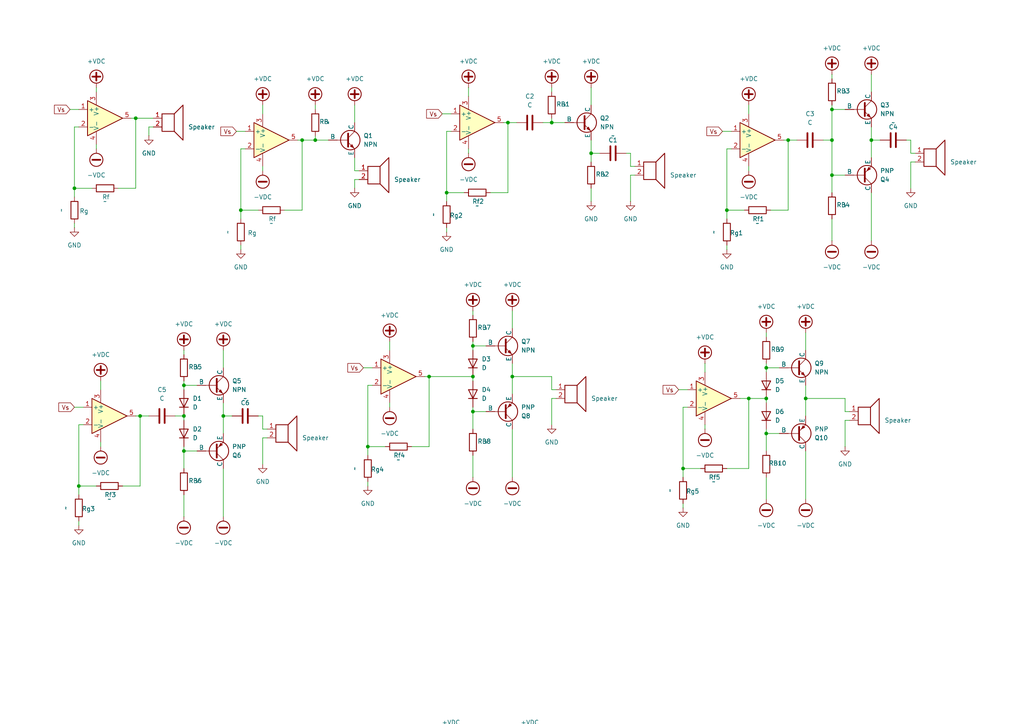
<source format=kicad_sch>
(kicad_sch (version 20231120) (generator "eeschema") (generator_version "8.0")
  (paper "A4")
  (title_block (title "Amplificador de potencia") (comment 1 "Proceso de Evolución"))
  (junction (at 153.67 245.11))
  (junction (at 226.06 271.78))
  (junction (at 248.92 248.92))
  (junction (at 125.73 245.11))
  (junction (at 137.16 119.38))
  (junction (at 220.98 248.92))
  (junction (at 148.59 109.22))
  (junction (at 129.54 55.88))
  (junction (at 53.34 120.65))
  (junction (at 106.68 129.54))
  (junction (at 320.04 237.49))
  (junction (at 124.46 109.22))
  (junction (at 64.77 120.65))
  (junction (at 69.85 60.96))
  (junction (at 226.06 248.92))
  (junction (at 222.25 115.57))
  (junction (at 153.67 273.05))
  (junction (at 137.16 109.22))
  (junction (at 40.64 120.65))
  (junction (at 241.3 50.8))
  (junction (at 198.12 135.89))
  (junction (at 320.04 254))
  (junction (at 153.67 224.79))
  (junction (at 130.81 245.11))
  (junction (at 201.93 269.24))
  (junction (at 53.34 130.81))
  (junction (at 342.9 264.16))
  (junction (at 53.34 111.76))
  (junction (at 39.37 254))
  (junction (at 87.63 40.64))
  (junction (at 39.37 34.29))
  (junction (at 39.37 243.84))
  (junction (at 241.3 40.64))
  (junction (at 50.8 243.84))
  (junction (at 15.24 264.16))
  (junction (at 248.92 264.16))
  (junction (at 160.02 35.56))
  (junction (at 130.81 229.87))
  (junction (at 130.81 267.97))
  (junction (at 210.82 60.96))
  (junction (at 91.44 40.64))
  (junction (at 222.25 106.68))
  (junction (at 147.32 35.56))
  (junction (at 171.45 44.45))
  (junction (at 241.3 31.75))
  (junction (at 226.06 233.68))
  (junction (at 248.92 238.76))
  (junction (at 233.68 115.57))
  (junction (at 22.86 140.97))
  (junction (at 342.9 254))
  (junction (at 228.6 40.64))
  (junction (at 106.68 265.43))
  (junction (at 252.73 40.64))
  (junction (at 34.29 243.84))
  (junction (at 39.37 234.95))
  (junction (at 295.91 274.32))
  (junction (at 137.16 100.33))
  (junction (at 217.17 115.57))
  (junction (at 222.25 125.73))
  (junction (at 21.59 54.61))
  (junction (at 320.04 270.51))
  (junction (at 342.9 243.84))
  (wire (pts (xy 76.2 120.65) (xy 76.2 124.46)))
  (wire (pts (xy 39.37 224.79) (xy 39.37 226.06)))
  (wire (pts (xy 119.38 265.43) (xy 125.73 265.43)))
  (wire (pts (xy 252.73 55.88) (xy 252.73 69.85)))
  (wire (pts (xy 222.25 125.73) (xy 226.06 125.73)))
  (wire (pts (xy 222.25 125.73) (xy 222.25 130.81)))
  (wire (pts (xy 227.33 40.64) (xy 228.6 40.64)))
  (wire (pts (xy 226.06 241.3) (xy 226.06 248.92)))
  (wire (pts (xy 53.34 130.81) (xy 53.34 135.89)))
  (wire (pts (xy 226.06 281.94) (xy 226.06 284.48)))
  (wire (pts (xy 137.16 132.08) (xy 137.16 138.43)))
  (wire (pts (xy 198.12 135.89) (xy 198.12 118.11)))
  (wire (pts (xy 106.68 247.65) (xy 107.95 247.65)))
  (wire (pts (xy 245.11 129.54) (xy 245.11 121.92)))
  (wire (pts (xy 148.59 105.41) (xy 148.59 109.22)))
  (wire (pts (xy 119.38 129.54) (xy 124.46 129.54)))
  (wire (pts (xy 62.23 243.84) (xy 62.23 247.65)))
  (wire (pts (xy 21.59 36.83) (xy 22.86 36.83)))
  (wire (pts (xy 53.34 120.65) (xy 50.8 120.65)))
  (wire (pts (xy 233.68 96.52) (xy 233.68 101.6)))
  (wire (pts (xy 233.68 115.57) (xy 245.11 115.57)))
  (wire (pts (xy 248.92 248.92) (xy 248.92 264.16)))
  (wire (pts (xy 53.34 110.49) (xy 53.34 111.76)))
  (wire (pts (xy 182.88 44.45) (xy 182.88 48.26)))
  (wire (pts (xy 39.37 254) (xy 43.18 254)))
  (wire (pts (xy 160.02 123.19) (xy 160.02 115.57)))
  (wire (pts (xy 22.86 151.13) (xy 22.86 152.4)))
  (wire (pts (xy 91.44 40.64) (xy 95.25 40.64)))
  (wire (pts (xy 53.34 111.76) (xy 53.34 113.03)))
  (wire (pts (xy 148.59 109.22) (xy 160.02 109.22)))
  (wire (pts (xy 106.68 265.43) (xy 106.68 247.65)))
  (wire (pts (xy 241.3 40.64) (xy 241.3 50.8)))
  (wire (pts (xy 342.9 264.16) (xy 342.9 271.78)))
  (wire (pts (xy 27.94 25.4) (xy 27.94 26.67)))
  (wire (pts (xy 252.73 40.64) (xy 252.73 45.72)))
  (wire (pts (xy 220.98 269.24) (xy 220.98 248.92)))
  (wire (pts (xy 113.03 116.84) (xy 113.03 118.11)))
  (wire (pts (xy 74.93 120.65) (xy 76.2 120.65)))
  (wire (pts (xy 248.92 238.76) (xy 248.92 248.92)))
  (wire (pts (xy 137.16 119.38) (xy 137.16 124.46)))
  (wire (pts (xy 210.82 71.12) (xy 210.82 72.39)))
  (wire (pts (xy 342.9 224.79) (xy 342.9 226.06)))
  (wire (pts (xy 320.04 237.49) (xy 320.04 242.57)))
  (wire (pts (xy 21.59 118.11) (xy 24.13 118.11)))
  (wire (pts (xy 106.68 139.7) (xy 106.68 140.97)))
  (wire (pts (xy 342.9 254) (xy 342.9 255.27)))
  (wire (pts (xy 335.28 231.14) (xy 334.01 231.14)))
  (wire (pts (xy 201.93 251.46) (xy 203.2 251.46)))
  (wire (pts (xy 123.19 245.11) (xy 125.73 245.11)))
  (wire (pts (xy 241.3 50.8) (xy 245.11 50.8)))
  (wire (pts (xy 82.55 60.96) (xy 87.63 60.96)))
  (wire (pts (xy 69.85 60.96) (xy 69.85 63.5)))
  (wire (pts (xy 106.68 111.76) (xy 107.95 111.76)))
  (wire (pts (xy 233.68 130.81) (xy 233.68 144.78)))
  (wire (pts (xy 113.03 234.95) (xy 113.03 237.49)))
  (wire (pts (xy 241.3 31.75) (xy 241.3 40.64)))
  (wire (pts (xy 201.93 269.24) (xy 201.93 271.78)))
  (wire (pts (xy 160.02 115.57) (xy 161.29 115.57)))
  (wire (pts (xy 312.42 254) (xy 320.04 254)))
  (wire (pts (xy 334.01 264.16) (xy 342.9 264.16)))
  (wire (pts (xy 64.77 135.89) (xy 64.77 149.86)))
  (wire (pts (xy 20.32 264.16) (xy 15.24 264.16)))
  (wire (pts (xy 144.78 273.05) (xy 153.67 273.05)))
  (wire (pts (xy 217.17 135.89) (xy 217.17 115.57)))
  (wire (pts (xy 102.87 52.07) (xy 104.14 52.07)))
  (wire (pts (xy 148.59 109.22) (xy 148.59 114.3)))
  (wire (pts (xy 40.64 120.65) (xy 43.18 120.65)))
  (wire (pts (xy 125.73 245.11) (xy 130.81 245.11)))
  (wire (pts (xy 22.86 123.19) (xy 24.13 123.19)))
  (wire (pts (xy 166.37 248.92) (xy 165.1 248.92)))
  (wire (pts (xy 165.1 251.46) (xy 166.37 251.46)))
  (wire (pts (xy 144.78 260.35) (xy 144.78 262.89)))
  (wire (pts (xy 62.23 257.81) (xy 62.23 250.19)))
  (wire (pts (xy 320.04 270.51) (xy 320.04 273.05)))
  (wire (pts (xy 248.92 248.92) (xy 260.35 248.92)))
  (wire (pts (xy 308.61 274.32) (xy 312.42 274.32)))
  (wire (pts (xy 129.54 55.88) (xy 129.54 58.42)))
  (wire (pts (xy 340.36 254) (xy 342.9 254)))
  (wire (pts (xy 134.62 55.88) (xy 129.54 55.88)))
  (wire (pts (xy 157.48 35.56) (xy 160.02 35.56)))
  (wire (pts (xy 226.06 271.78) (xy 232.41 271.78)))
  (wire (pts (xy 264.16 46.99) (xy 265.43 46.99)))
  (wire (pts (xy 39.37 233.68) (xy 39.37 234.95)))
  (wire (pts (xy 34.29 264.16) (xy 34.29 243.84)))
  (wire (pts (xy 130.81 217.17) (xy 130.81 218.44)))
  (wire (pts (xy 153.67 241.3) (xy 153.67 245.11)))
  (wire (pts (xy 160.02 109.22) (xy 160.02 113.03)))
  (wire (pts (xy 204.47 105.41) (xy 204.47 107.95)))
  (wire (pts (xy 248.92 264.16) (xy 248.92 271.78)))
  (wire (pts (xy 64.77 120.65) (xy 64.77 125.73)))
  (wire (pts (xy 91.44 39.37) (xy 91.44 40.64)))
  (wire (pts (xy 320.04 280.67) (xy 320.04 284.48)))
  (wire (pts (xy 260.35 255.27) (xy 261.62 255.27)))
  (wire (pts (xy 228.6 60.96) (xy 228.6 40.64)))
  (wire (pts (xy 146.05 260.35) (xy 144.78 260.35)))
  (wire (pts (xy 50.8 240.03) (xy 50.8 243.84)))
  (wire (pts (xy 21.59 54.61) (xy 21.59 57.15)))
  (wire (pts (xy 222.25 106.68) (xy 226.06 106.68)))
  (wire (pts (xy 342.9 252.73) (xy 342.9 254)))
  (wire (pts (xy 74.93 60.96) (xy 69.85 60.96)))
  (wire (pts (xy 144.78 224.79) (xy 153.67 224.79)))
  (wire (pts (xy 226.06 271.78) (xy 226.06 274.32)))
  (wire (pts (xy 39.37 243.84) (xy 39.37 245.11)))
  (wire (pts (xy 295.91 284.48) (xy 295.91 285.75)))
  (wire (pts (xy 226.06 256.54) (xy 226.06 271.78)))
  (wire (pts (xy 43.18 36.83) (xy 44.45 36.83)))
  (wire (pts (xy 265.43 44.45) (xy 264.16 44.45)))
  (wire (pts (xy 125.73 265.43) (xy 125.73 245.11)))
  (wire (pts (xy 241.3 31.75) (xy 245.11 31.75)))
  (wire (pts (xy 214.63 269.24) (xy 220.98 269.24)))
  (wire (pts (xy 334.01 231.14) (xy 334.01 232.41)))
  (wire (pts (xy 171.45 44.45) (xy 173.99 44.45)))
  (wire (pts (xy 200.66 246.38) (xy 203.2 246.38)))
  (wire (pts (xy 240.03 264.16) (xy 240.03 266.7)))
  (wire (pts (xy 53.34 101.6) (xy 53.34 102.87)))
  (wire (pts (xy 320.04 224.79) (xy 320.04 226.06)))
  (wire (pts (xy 15.24 246.38) (xy 16.51 246.38)))
  (wire (pts (xy 241.3 40.64) (xy 238.76 40.64)))
  (wire (pts (xy 91.44 30.48) (xy 91.44 31.75)))
  (wire (pts (xy 128.27 33.02) (xy 130.81 33.02)))
  (wire (pts (xy 342.9 243.84) (xy 342.9 245.11)))
  (wire (pts (xy 144.78 234.95) (xy 144.78 236.22)))
  (wire (pts (xy 27.94 41.91) (xy 27.94 43.18)))
  (wire (pts (xy 39.37 252.73) (xy 39.37 254)))
  (wire (pts (xy 137.16 118.11) (xy 137.16 119.38)))
  (wire (pts (xy 76.2 134.62) (xy 76.2 127)))
  (wire (pts (xy 218.44 248.92) (xy 220.98 248.92)))
  (wire (pts (xy 252.73 21.59) (xy 252.73 26.67)))
  (wire (pts (xy 198.12 146.05) (xy 198.12 147.32)))
  (wire (pts (xy 106.68 129.54) (xy 106.68 111.76)))
  (wire (pts (xy 39.37 234.95) (xy 39.37 236.22)))
  (wire (pts (xy 50.8 243.84) (xy 50.8 248.92)))
  (wire (pts (xy 148.59 124.46) (xy 148.59 138.43)))
  (wire (pts (xy 123.19 109.22) (xy 124.46 109.22)))
  (wire (pts (xy 241.3 228.6) (xy 240.03 228.6)))
  (wire (pts (xy 130.81 260.35) (xy 130.81 267.97)))
  (wire (pts (xy 342.9 262.89) (xy 342.9 264.16)))
  (wire (pts (xy 201.93 269.24) (xy 201.93 251.46)))
  (wire (pts (xy 241.3 276.86) (xy 240.03 276.86)))
  (wire (pts (xy 31.75 243.84) (xy 34.29 243.84)))
  (wire (pts (xy 294.64 251.46) (xy 297.18 251.46)))
  (wire (pts (xy 182.88 50.8) (xy 184.15 50.8)))
  (wire (pts (xy 320.04 250.19) (xy 320.04 254)))
  (wire (pts (xy 245.11 115.57) (xy 245.11 119.38)))
  (wire (pts (xy 34.29 243.84) (xy 39.37 243.84)))
  (wire (pts (xy 102.87 49.53) (xy 102.87 45.72)))
  (wire (pts (xy 68.58 38.1) (xy 71.12 38.1)))
  (wire (pts (xy 69.85 71.12) (xy 69.85 72.39)))
  (wire (pts (xy 214.63 115.57) (xy 217.17 115.57)))
  (wire (pts (xy 105.41 106.68) (xy 107.95 106.68)))
  (wire (pts (xy 222.25 138.43) (xy 222.25 144.78)))
  (wire (pts (xy 160.02 34.29) (xy 160.02 35.56)))
  (wire (pts (xy 147.32 55.88) (xy 147.32 35.56)))
  (wire (pts (xy 334.01 243.84) (xy 334.01 242.57)))
  (wire (pts (xy 220.98 248.92) (xy 226.06 248.92)))
  (wire (pts (xy 217.17 48.26) (xy 217.17 49.53)))
  (wire (pts (xy 22.86 140.97) (xy 22.86 123.19)))
  (wire (pts (xy 217.17 115.57) (xy 222.25 115.57)))
  (wire (pts (xy 153.67 245.11) (xy 165.1 245.11)))
  (wire (pts (xy 217.17 30.48) (xy 217.17 33.02)))
  (wire (pts (xy 160.02 25.4) (xy 160.02 26.67)))
  (wire (pts (xy 153.67 273.05) (xy 153.67 280.67)))
  (wire (pts (xy 53.34 130.81) (xy 57.15 130.81)))
  (wire (pts (xy 50.8 259.08) (xy 50.8 273.05)))
  (wire (pts (xy 153.67 265.43) (xy 153.67 273.05)))
  (wire (pts (xy 102.87 54.61) (xy 102.87 52.07)))
  (wire (pts (xy 137.16 90.17) (xy 137.16 91.44)))
  (wire (pts (xy 334.01 264.16) (xy 334.01 265.43)))
  (wire (pts (xy 38.1 34.29) (xy 39.37 34.29)))
  (wire (pts (xy 21.59 233.68) (xy 21.59 236.22)))
  (wire (pts (xy 21.59 54.61) (xy 21.59 36.83)))
  (wire (pts (xy 13.97 241.3) (xy 16.51 241.3)))
  (wire (pts (xy 135.89 25.4) (xy 135.89 27.94)))
  (wire (pts (xy 222.25 105.41) (xy 222.25 106.68)))
  (wire (pts (xy 43.18 39.37) (xy 43.18 36.83)))
  (wire (pts (xy 21.59 64.77) (xy 21.59 66.04)))
  (wire (pts (xy 334.01 276.86) (xy 334.01 275.59)))
  (wire (pts (xy 130.81 267.97) (xy 137.16 267.97)))
  (wire (pts (xy 334.01 243.84) (xy 342.9 243.84)))
  (wire (pts (xy 203.2 135.89) (xy 198.12 135.89)))
  (wire (pts (xy 147.32 35.56) (xy 149.86 35.56)))
  (wire (pts (xy 171.45 25.4) (xy 171.45 30.48)))
  (wire (pts (xy 76.2 48.26) (xy 76.2 49.53)))
  (wire (pts (xy 77.47 124.46) (xy 76.2 124.46)))
  (wire (pts (xy 222.25 115.57) (xy 222.25 116.84)))
  (wire (pts (xy 29.21 128.27) (xy 29.21 129.54)))
  (wire (pts (xy 87.63 60.96) (xy 87.63 40.64)))
  (wire (pts (xy 302.26 261.62) (xy 302.26 262.89)))
  (wire (pts (xy 241.3 63.5) (xy 241.3 69.85)))
  (wire (pts (xy 201.93 279.4) (xy 201.93 280.67)))
  (wire (pts (xy 171.45 44.45) (xy 171.45 46.99)))
  (wire (pts (xy 320.04 237.49) (xy 326.39 237.49)))
  (wire (pts (xy 210.82 60.96) (xy 210.82 43.18)))
  (wire (pts (xy 53.34 143.51) (xy 53.34 149.86)))
  (wire (pts (xy 210.82 60.96) (xy 210.82 63.5)))
  (wire (pts (xy 113.03 252.73) (xy 113.03 254)))
  (wire (pts (xy 226.06 229.87) (xy 226.06 233.68)))
  (wire (pts (xy 240.03 264.16) (xy 248.92 264.16)))
  (wire (pts (xy 39.37 266.7) (xy 39.37 273.05)))
  (wire (pts (xy 240.03 238.76) (xy 248.92 238.76)))
  (wire (pts (xy 295.91 256.54) (xy 297.18 256.54)))
  (wire (pts (xy 260.35 248.92) (xy 260.35 252.73)))
  (wire (pts (xy 342.9 236.22) (xy 342.9 243.84)))
  (wire (pts (xy 222.25 124.46) (xy 222.25 125.73)))
  (wire (pts (xy 27.94 264.16) (xy 34.29 264.16)))
  (wire (pts (xy 241.3 30.48) (xy 241.3 31.75)))
  (wire (pts (xy 222.25 106.68) (xy 222.25 107.95)))
  (wire (pts (xy 69.85 60.96) (xy 69.85 43.18)))
  (wire (pts (xy 102.87 30.48) (xy 102.87 35.56)))
  (wire (pts (xy 64.77 120.65) (xy 67.31 120.65)))
  (wire (pts (xy 146.05 35.56) (xy 147.32 35.56)))
  (wire (pts (xy 64.77 101.6) (xy 64.77 106.68)))
  (wire (pts (xy 260.35 262.89) (xy 260.35 255.27)))
  (wire (pts (xy 63.5 247.65) (xy 62.23 247.65)))
  (wire (pts (xy 104.14 49.53) (xy 102.87 49.53)))
  (wire (pts (xy 105.41 242.57) (xy 107.95 242.57)))
  (wire (pts (xy 27.94 140.97) (xy 22.86 140.97)))
  (wire (pts (xy 137.16 100.33) (xy 137.16 101.6)))
  (wire (pts (xy 182.88 58.42) (xy 182.88 50.8)))
  (wire (pts (xy 264.16 40.64) (xy 264.16 44.45)))
  (wire (pts (xy 210.82 43.18) (xy 212.09 43.18)))
  (wire (pts (xy 295.91 274.32) (xy 295.91 256.54)))
  (wire (pts (xy 111.76 265.43) (xy 106.68 265.43)))
  (wire (pts (xy 40.64 140.97) (xy 40.64 120.65)))
  (wire (pts (xy 241.3 50.8) (xy 241.3 55.88)))
  (wire (pts (xy 106.68 265.43) (xy 106.68 267.97)))
  (wire (pts (xy 208.28 256.54) (xy 208.28 257.81)))
  (wire (pts (xy 300.99 274.32) (xy 295.91 274.32)))
  (wire (pts (xy 142.24 55.88) (xy 147.32 55.88)))
  (wire (pts (xy 106.68 275.59) (xy 106.68 276.86)))
  (wire (pts (xy 53.34 111.76) (xy 57.15 111.76)))
  (wire (pts (xy 342.9 281.94) (xy 342.9 284.48)))
  (wire (pts (xy 39.37 234.95) (xy 43.18 234.95)))
  (wire (pts (xy 210.82 135.89) (xy 217.17 135.89)))
  (wire (pts (xy 53.34 120.65) (xy 53.34 121.92)))
  (wire (pts (xy 228.6 40.64) (xy 231.14 40.64)))
  (wire (pts (xy 209.55 38.1) (xy 212.09 38.1)))
  (wire (pts (xy 86.36 40.64) (xy 87.63 40.64)))
  (wire (pts (xy 171.45 54.61) (xy 171.45 58.42)))
  (wire (pts (xy 248.92 220.98) (xy 248.92 223.52)))
  (wire (pts (xy 198.12 135.89) (xy 198.12 138.43)))
  (wire (pts (xy 69.85 43.18) (xy 71.12 43.18)))
  (wire (pts (xy 29.21 110.49) (xy 29.21 113.03)))
  (wire (pts (xy 64.77 116.84) (xy 64.77 120.65)))
  (wire (pts (xy 26.67 54.61) (xy 21.59 54.61)))
  (wire (pts (xy 241.3 21.59) (xy 241.3 22.86)))
  (wire (pts (xy 124.46 109.22) (xy 137.16 109.22)))
  (wire (pts (xy 165.1 245.11) (xy 165.1 248.92)))
  (wire (pts (xy 342.9 254) (xy 351.79 254)))
  (wire (pts (xy 320.04 265.43) (xy 320.04 270.51)))
  (wire (pts (xy 137.16 119.38) (xy 140.97 119.38)))
  (wire (pts (xy 252.73 36.83) (xy 252.73 40.64)))
  (wire (pts (xy 233.68 111.76) (xy 233.68 115.57)))
  (wire (pts (xy 161.29 113.03) (xy 160.02 113.03)))
  (wire (pts (xy 320.04 257.81) (xy 320.04 254)))
  (wire (pts (xy 111.76 129.54) (xy 106.68 129.54)))
  (wire (pts (xy 153.67 224.79) (xy 153.67 231.14)))
  (wire (pts (xy 245.11 121.92) (xy 246.38 121.92)))
  (wire (pts (xy 171.45 40.64) (xy 171.45 44.45)))
  (wire (pts (xy 21.59 251.46) (xy 21.59 252.73)))
  (wire (pts (xy 248.92 233.68) (xy 248.92 238.76)))
  (wire (pts (xy 320.04 270.51) (xy 326.39 270.51)))
  (wire (pts (xy 184.15 48.26) (xy 182.88 48.26)))
  (wire (pts (xy 106.68 129.54) (xy 106.68 132.08)))
  (wire (pts (xy 226.06 233.68) (xy 232.41 233.68)))
  (wire (pts (xy 15.24 264.16) (xy 15.24 266.7)))
  (wire (pts (xy 130.81 226.06) (xy 130.81 229.87)))
  (wire (pts (xy 233.68 115.57) (xy 233.68 120.65)))
  (wire (pts (xy 226.06 220.98) (xy 226.06 222.25)))
  (wire (pts (xy 113.03 99.06) (xy 113.03 101.6)))
  (wire (pts (xy 50.8 224.79) (xy 50.8 229.87)))
  (wire (pts (xy 320.04 233.68) (xy 320.04 237.49)))
  (wire (pts (xy 15.24 274.32) (xy 15.24 275.59)))
  (wire (pts (xy 50.8 243.84) (xy 62.23 243.84)))
  (wire (pts (xy 246.38 119.38) (xy 245.11 119.38)))
  (wire (pts (xy 165.1 259.08) (xy 165.1 251.46)))
  (wire (pts (xy 204.47 123.19) (xy 204.47 124.46)))
  (wire (pts (xy 20.32 31.75) (xy 22.86 31.75)))
  (wire (pts (xy 129.54 38.1) (xy 130.81 38.1)))
  (wire (pts (xy 181.61 44.45) (xy 182.88 44.45)))
  (wire (pts (xy 34.29 54.61) (xy 39.37 54.61)))
  (wire (pts (xy 39.37 34.29) (xy 44.45 34.29)))
  (wire (pts (xy 153.67 217.17) (xy 153.67 224.79)))
  (wire (pts (xy 261.62 252.73) (xy 260.35 252.73)))
  (wire (pts (xy 129.54 55.88) (xy 129.54 38.1)))
  (wire (pts (xy 262.89 40.64) (xy 264.16 40.64)))
  (wire (pts (xy 153.67 245.11) (xy 153.67 255.27)))
  (wire (pts (xy 130.81 267.97) (xy 130.81 270.51)))
  (wire (pts (xy 208.28 238.76) (xy 208.28 241.3)))
  (wire (pts (xy 76.2 30.48) (xy 76.2 33.02)))
  (wire (pts (xy 135.89 43.18) (xy 135.89 44.45)))
  (wire (pts (xy 76.2 127) (xy 77.47 127)))
  (wire (pts (xy 22.86 140.97) (xy 22.86 143.51)))
  (wire (pts (xy 15.24 264.16) (xy 15.24 246.38)))
  (wire (pts (xy 137.16 109.22) (xy 137.16 110.49)))
  (wire (pts (xy 198.12 118.11) (xy 199.39 118.11)))
  (wire (pts (xy 144.78 236.22) (xy 146.05 236.22)))
  (wire (pts (xy 334.01 276.86) (xy 335.28 276.86)))
  (wire (pts (xy 91.44 40.64) (xy 87.63 40.64)))
  (wire (pts (xy 295.91 274.32) (xy 295.91 276.86)))
  (wire (pts (xy 39.37 120.65) (xy 40.64 120.65)))
  (wire (pts (xy 148.59 90.17) (xy 148.59 95.25)))
  (wire (pts (xy 137.16 100.33) (xy 140.97 100.33)))
  (wire (pts (xy 39.37 254) (xy 39.37 259.08)))
  (wire (pts (xy 302.26 243.84) (xy 302.26 246.38)))
  (wire (pts (xy 62.23 250.19) (xy 63.5 250.19)))
  (wire (pts (xy 53.34 129.54) (xy 53.34 130.81)))
  (wire (pts (xy 252.73 40.64) (xy 255.27 40.64)))
  (wire (pts (xy 160.02 35.56) (xy 163.83 35.56)))
  (wire (pts (xy 222.25 96.52) (xy 222.25 97.79)))
  (wire (pts (xy 124.46 129.54) (xy 124.46 109.22)))
  (wire (pts (xy 130.81 229.87) (xy 137.16 229.87)))
  (wire (pts (xy 215.9 60.96) (xy 210.82 60.96)))
  (wire (pts (xy 130.81 278.13) (xy 130.81 280.67)))
  (wire (pts (xy 137.16 99.06) (xy 137.16 100.33)))
  (wire (pts (xy 223.52 60.96) (xy 228.6 60.96)))
  (wire (pts (xy 264.16 54.61) (xy 264.16 46.99)))
  (wire (pts (xy 35.56 140.97) (xy 40.64 140.97)))
  (wire (pts (xy 196.85 113.03) (xy 199.39 113.03)))
  (wire (pts (xy 129.54 66.04) (xy 129.54 67.31)))
  (wire (pts (xy 39.37 54.61) (xy 39.37 34.29)))
  (wire (pts (xy 207.01 269.24) (xy 201.93 269.24)))
  (global_label "FB" (shape output) (at 312.42 274.32 0) (property "Intersheetrefs" "${INTERSHEET_REFS}" (effects (hide yes))))
  (global_label "Vs" (shape input) (at 209.55 38.1 180) (property "Intersheetrefs" "${INTERSHEET_REFS}" (effects (hide yes))))
  (global_label "Vs" (shape input) (at 13.97 241.3 180) (property "Intersheetrefs" "${INTERSHEET_REFS}" (effects (hide yes))))
  (global_label "FB" (shape input) (at 340.36 254 180) (property "Intersheetrefs" "${INTERSHEET_REFS}" (effects (hide yes))))
  (global_label "Vs" (shape input) (at 294.64 251.46 180) (property "Intersheetrefs" "${INTERSHEET_REFS}" (effects (hide yes))))
  (global_label "Vs" (shape input) (at 105.41 106.68 180) (property "Intersheetrefs" "${INTERSHEET_REFS}" (effects (hide yes))))
  (global_label "Vs" (shape input) (at 200.66 246.38 180) (property "Intersheetrefs" "${INTERSHEET_REFS}" (effects (hide yes))))
  (global_label "Out" (shape output) (at 351.79 254 0) (property "Intersheetrefs" "${INTERSHEET_REFS}" (effects (hide yes))))
  (global_label "Vs" (shape input) (at 68.58 38.1 180) (property "Intersheetrefs" "${INTERSHEET_REFS}" (effects (hide yes))))
  (global_label "Vs" (shape input) (at 20.32 31.75 180) (property "Intersheetrefs" "${INTERSHEET_REFS}" (effects (hide yes))))
  (global_label "Vs" (shape input) (at 128.27 33.02 180) (property "Intersheetrefs" "${INTERSHEET_REFS}" (effects (hide yes))))
  (global_label "Vs" (shape input) (at 21.59 118.11 180) (property "Intersheetrefs" "${INTERSHEET_REFS}" (effects (hide yes))))
  (global_label "Vs" (shape input) (at 196.85 113.03 180) (property "Intersheetrefs" "${INTERSHEET_REFS}" (effects (hide yes))))
  (global_label "Vs" (shape input) (at 105.41 242.57 180) (property "Intersheetrefs" "${INTERSHEET_REFS}" (effects (hide yes))))
  (symbol (lib_id "power:+VDC") (at 130.81 217.17 0) (unit 1)
    (property "Reference" "#PWR061" (effects (hide yes)))
    (property "Value" "+VDC" (at 130.81 209.55 0))
    (property "Description" "Power symbol creates a global label with name \"+VDC\"" (effects (hide yes)))
  )
  (symbol (lib_id "power:+VDC") (at 171.45 25.4 0) (unit 1)
    (property "Reference" "#PWR015" (effects (hide yes)))
    (property "Value" "+VDC" (at 171.45 17.78 0))
    (property "Description" "Power symbol creates a global label with name \"+VDC\"" (effects (hide yes)))
  )
  (symbol (lib_id "Simulation_SPICE:OPAMP") (at 78.74 40.64 0) (unit 1)
    (property "Reference" "U2" (effects (hide yes)))
    (property "Value" "${SIM.PARAMS}" (at 86.36 37.4965 0))
    (property "Datasheet" "https://ngspice.sourceforge.io/docs/ngspice-html-manual/manual.xhtml#sec__SUBCKT_Subcircuits" (effects (hide yes)))
    (property "Description" "Operational amplifier, single, node sequence=1:+ 2:- 3:OUT 4:V+ 5:V-" (effects (hide yes)))
    (property "Sim.Pins" "1=in+ 2=in- 3=vcc 4=vee 5=out" (effects (hide yes)))
    (property "Sim.Device" "SUBCKT" (effects (hide yes)))
    (property "Sim.Library" "${KICAD8_SYMBOL_DIR}/Simulation_SPICE.sp" (effects (hide yes)))
    (property "Sim.Name" "kicad_builtin_opamp" (effects (hide yes)))
  )
  (symbol (lib_id "Device:R") (at 160.02 30.48 180) (unit 1)
    (property "Reference" "RB1" (at 163.322 30.226 0))
    (property "Value" "~" (at 163.83 30.48 90))
    (property "Description" "Resistor" (effects (hide yes)))
  )
  (symbol (lib_id "power:+VDC") (at 91.44 30.48 0) (unit 1)
    (property "Reference" "#PWR09" (effects (hide yes)))
    (property "Value" "+VDC" (at 91.44 22.86 0))
    (property "Description" "Power symbol creates a global label with name \"+VDC\"" (effects (hide yes)))
  )
  (symbol (lib_id "power:+VDC") (at 302.26 243.84 0) (unit 1)
    (property "Reference" "#PWR075" (effects (hide yes)))
    (property "Value" "+VDC" (at 302.26 236.22 0))
    (property "Description" "Power symbol creates a global label with name \"+VDC\"" (effects (hide yes)))
  )
  (symbol (lib_id "power:GND") (at 43.18 39.37 0) (unit 1)
    (property "Reference" "#PWR01" (effects (hide yes)))
    (property "Value" "GND" (at 43.18 44.45 0))
    (property "Description" "Power symbol creates a global label with name \"GND\" , ground" (effects (hide yes)))
  )
  (symbol (lib_id "power:GND") (at 245.11 129.54 0) (unit 1)
    (property "Reference" "#PWR049" (effects (hide yes)))
    (property "Value" "GND" (at 245.11 134.62 0))
    (property "Description" "Power symbol creates a global label with name \"GND\" , ground" (effects (hide yes)))
  )
  (symbol (lib_id "power:-VDC") (at 342.9 284.48 0) (mirror x) (unit 1)
    (property "Reference" "#PWR080" (effects (hide yes)))
    (property "Value" "-VDC" (at 342.9 292.1 0))
    (property "Description" "Power symbol creates a global label with name \"-VDC\"" (effects (hide yes)))
  )
  (symbol (lib_id "Simulation_SPICE:NPN") (at 168.91 35.56 0) (unit 1)
    (property "Reference" "Q2" (at 173.99 34.2899 0) (effects (justify left)))
    (property "Value" "NPN" (at 173.99 36.8299 0) (effects (justify left)))
    (property "Datasheet" "https://ngspice.sourceforge.io/docs/ngspice-html-manual/manual.xhtml#cha_BJTs" (effects (hide yes)))
    (property "Description" "Bipolar transistor symbol for simulation only, substrate tied to the emitter" (effects (hide yes)))
    (property "Sim.Device" "NPN" (effects (hide yes)))
    (property "Sim.Type" "GUMMELPOON" (effects (hide yes)))
    (property "Sim.Pins" "1=C 2=B 3=E" (effects (hide yes)))
  )
  (symbol (lib_id "power:GND") (at 62.23 257.81 0) (unit 1)
    (property "Reference" "#PWR057" (effects (hide yes)))
    (property "Value" "GND" (at 62.23 262.89 0))
    (property "Description" "Power symbol creates a global label with name \"GND\" , ground" (effects (hide yes)))
  )
  (symbol (lib_id "Device:R") (at 106.68 271.78 0) (mirror x) (unit 1)
    (property "Reference" "Rg7" (at 109.474 272.034 0))
    (property "Value" "~" (at 102.87 271.78 90))
    (property "Description" "Resistor" (effects (hide yes)))
  )
  (symbol (lib_id "power:+VDC") (at 27.94 25.4 0) (unit 1)
    (property "Reference" "#PWR02" (effects (hide yes)))
    (property "Value" "+VDC" (at 27.94 17.78 0))
    (property "Description" "Power symbol creates a global label with name \"+VDC\"" (effects (hide yes)))
  )
  (symbol (lib_id "Device:C") (at 177.8 44.45 90) (unit 1)
    (property "Reference" "C1" (at 177.8 40.64 90))
    (property "Value" "~" (at 177.8 39.37 90))
    (property "Description" "Unpolarized capacitor" (effects (hide yes)))
  )
  (symbol (lib_id "Device:R") (at 304.8 274.32 90) (unit 1)
    (property "Reference" "Rf" (at 305.054 276.86 90))
    (property "Value" "~" (at 304.8 278.13 90))
    (property "Description" "Resistor" (effects (hide yes)))
  )
  (symbol (lib_id "power:+VDC") (at 252.73 21.59 0) (unit 1)
    (property "Reference" "#PWR022" (effects (hide yes)))
    (property "Value" "+VDC" (at 252.73 13.97 0))
    (property "Description" "Power symbol creates a global label with name \"+VDC\"" (effects (hide yes)))
  )
  (symbol (lib_id "Device:R") (at 241.3 59.69 180) (unit 1)
    (property "Reference" "RB4" (at 244.602 59.436 0))
    (property "Value" "~" (at 245.11 59.69 90))
    (property "Description" "Resistor" (effects (hide yes)))
  )
  (symbol (lib_id "Simulation_SPICE:PNP") (at 146.05 119.38 0) (mirror x) (unit 1)
    (property "Reference" "Q8" (at 151.13 120.6501 0) (effects (justify left)))
    (property "Value" "PNP" (at 151.13 118.1101 0) (effects (justify left)))
    (property "Datasheet" "https://ngspice.sourceforge.io/docs/ngspice-html-manual/manual.xhtml#cha_BJTs" (effects (hide yes)))
    (property "Description" "Bipolar transistor symbol for simulation only, substrate tied to the emitter" (effects (hide yes)))
    (property "Sim.Device" "PNP" (effects (hide yes)))
    (property "Sim.Type" "GUMMELPOON" (effects (hide yes)))
    (property "Sim.Pins" "1=C 2=B 3=E" (effects (hide yes)))
  )
  (symbol (lib_id "Device:Speaker") (at 266.7 252.73 0) (unit 1)
    (property "Reference" "LS10" (effects (hide yes)))
    (property "Value" "Speaker" (at 271.78 255.2699 0) (effects (justify left)))
    (property "Description" "Speaker" (effects (hide yes)))
  )
  (symbol (lib_id "Device:C") (at 71.12 120.65 90) (unit 1)
    (property "Reference" "C6" (at 71.12 116.84 90))
    (property "Value" "~" (at 71.12 115.57 90))
    (property "Description" "Unpolarized capacitor" (effects (hide yes)))
  )
  (symbol (lib_id "Device:R") (at 226.06 226.06 180) (unit 1)
    (property "Reference" "RB15" (at 229.362 225.806 0))
    (property "Value" "~" (at 229.87 226.06 90))
    (property "Description" "Resistor" (effects (hide yes)))
  )
  (symbol (lib_id "Simulation_SPICE:OPAMP") (at 30.48 34.29 0) (unit 1)
    (property "Reference" "U1" (effects (hide yes)))
    (property "Value" "${SIM.PARAMS}" (at 38.1 31.1465 0))
    (property "Datasheet" "https://ngspice.sourceforge.io/docs/ngspice-html-manual/manual.xhtml#sec__SUBCKT_Subcircuits" (effects (hide yes)))
    (property "Description" "Operational amplifier, single, node sequence=1:+ 2:- 3:OUT 4:V+ 5:V-" (effects (hide yes)))
    (property "Sim.Pins" "1=in+ 2=in- 3=vcc 4=vee 5=out" (effects (hide yes)))
    (property "Sim.Device" "SUBCKT" (effects (hide yes)))
    (property "Sim.Library" "${KICAD8_SYMBOL_DIR}/Simulation_SPICE.sp" (effects (hide yes)))
    (property "Sim.Name" "kicad_builtin_opamp" (effects (hide yes)))
  )
  (symbol (lib_id "Device:R") (at 241.3 26.67 180) (unit 1)
    (property "Reference" "RB3" (at 244.602 26.416 0))
    (property "Value" "~" (at 245.11 26.67 90))
    (property "Description" "Resistor" (effects (hide yes)))
  )
  (symbol (lib_id "power:+VDC") (at 21.59 233.68 0) (unit 1)
    (property "Reference" "#PWR051" (effects (hide yes)))
    (property "Value" "+VDC" (at 21.59 226.06 0))
    (property "Description" "Power symbol creates a global label with name \"+VDC\"" (effects (hide yes)))
  )
  (symbol (lib_id "Simulation_SPICE:PNP") (at 246.38 228.6 0) (mirror x) (unit 1)
    (property "Reference" "Q19" (at 251.46 229.8701 0) (effects (justify left)))
    (property "Value" "PNP" (at 251.46 227.3301 0) (effects (justify left)))
    (property "Datasheet" "https://ngspice.sourceforge.io/docs/ngspice-html-manual/manual.xhtml#cha_BJTs" (effects (hide yes)))
    (property "Description" "Bipolar transistor symbol for simulation only, substrate tied to the emitter" (effects (hide yes)))
    (property "Sim.Device" "PNP" (effects (hide yes)))
    (property "Sim.Type" "GUMMELPOON" (effects (hide yes)))
    (property "Sim.Pins" "1=C 2=B 3=E" (effects (hide yes)))
  )
  (symbol (lib_id "power:-VDC") (at 208.28 257.81 0) (mirror x) (unit 1)
    (property "Reference" "#PWR068" (effects (hide yes)))
    (property "Value" "-VDC" (at 208.28 265.43 0))
    (property "Description" "Power symbol creates a global label with name \"-VDC\"" (effects (hide yes)))
  )
  (symbol (lib_id "power:+VDC") (at 29.21 110.49 0) (unit 1)
    (property "Reference" "#PWR027" (effects (hide yes)))
    (property "Value" "+VDC" (at 29.21 102.87 0))
    (property "Description" "Power symbol creates a global label with name \"+VDC\"" (effects (hide yes)))
  )
  (symbol (lib_id "power:-VDC") (at 137.16 138.43 0) (mirror x) (unit 1)
    (property "Reference" "#PWR038" (effects (hide yes)))
    (property "Value" "-VDC" (at 137.16 146.05 0))
    (property "Description" "Power symbol creates a global label with name \"-VDC\"" (effects (hide yes)))
  )
  (symbol (lib_id "Device:R") (at 15.24 270.51 0) (mirror x) (unit 1)
    (property "Reference" "Rg6" (at 18.034 270.764 0))
    (property "Value" "~" (at 11.43 270.51 90))
    (property "Description" "Resistor" (effects (hide yes)))
  )
  (symbol (lib_id "Device:R") (at 226.06 278.13 180) (unit 1)
    (property "Reference" "RB16" (at 229.362 277.876 0))
    (property "Value" "~" (at 229.87 278.13 90))
    (property "Description" "Resistor" (effects (hide yes)))
  )
  (symbol (lib_id "Device:R") (at 295.91 280.67 0) (mirror x) (unit 1)
    (property "Reference" "Rg" (at 298.704 280.924 0))
    (property "Value" "~" (at 292.1 280.67 90))
    (property "Description" "Resistor" (effects (hide yes)))
  )
  (symbol (lib_id "power:-VDC") (at 222.25 144.78 0) (mirror x) (unit 1)
    (property "Reference" "#PWR046" (effects (hide yes)))
    (property "Value" "-VDC" (at 222.25 152.4 0))
    (property "Description" "Power symbol creates a global label with name \"-VDC\"" (effects (hide yes)))
  )
  (symbol (lib_id "Device:D") (at 320.04 246.38 90) (unit 1)
    (property "Reference" "D1" (at 322.58 245.1099 90) (effects (justify right)))
    (property "Value" "D" (at 322.58 247.6499 90) (effects (justify right)))
    (property "Description" "Diode" (effects (hide yes)))
    (property "Sim.Device" "D" (effects (hide yes)))
    (property "Sim.Pins" "1=K 2=A" (effects (hide yes)))
  )
  (symbol (lib_id "Device:R") (at 320.04 229.87 180) (unit 1)
    (property "Reference" "RB1" (at 323.342 229.616 0))
    (property "Value" "~" (at 323.85 229.87 90))
    (property "Description" "Resistor" (effects (hide yes)))
  )
  (symbol (lib_id "Simulation_SPICE:OPAMP") (at 304.8 254 0) (unit 1)
    (property "Reference" "U11" (effects (hide yes)))
    (property "Value" "${SIM.PARAMS}" (at 312.42 250.8565 0))
    (property "Datasheet" "https://ngspice.sourceforge.io/docs/ngspice-html-manual/manual.xhtml#sec__SUBCKT_Subcircuits" (effects (hide yes)))
    (property "Description" "Operational amplifier, single, node sequence=1:+ 2:- 3:OUT 4:V+ 5:V-" (effects (hide yes)))
    (property "Sim.Pins" "1=in+ 2=in- 3=vcc 4=vee 5=out" (effects (hide yes)))
    (property "Sim.Device" "SUBCKT" (effects (hide yes)))
    (property "Sim.Library" "${KICAD8_SYMBOL_DIR}/Simulation_SPICE.sp" (effects (hide yes)))
    (property "Sim.Name" "kicad_builtin_opamp" (effects (hide yes)))
  )
  (symbol (lib_id "power:+VDC") (at 39.37 224.79 0) (unit 1)
    (property "Reference" "#PWR053" (effects (hide yes)))
    (property "Value" "+VDC" (at 39.37 217.17 0))
    (property "Description" "Power symbol creates a global label with name \"+VDC\"" (effects (hide yes)))
  )
  (symbol (lib_id "Simulation_SPICE:PNP") (at 237.49 271.78 0) (mirror x) (unit 1)
    (property "Reference" "Q18" (at 242.57 273.0501 0) (effects (justify left)))
    (property "Value" "PNP" (at 242.57 270.5101 0) (effects (justify left)))
    (property "Datasheet" "https://ngspice.sourceforge.io/docs/ngspice-html-manual/manual.xhtml#cha_BJTs" (effects (hide yes)))
    (property "Description" "Bipolar transistor symbol for simulation only, substrate tied to the emitter" (effects (hide yes)))
    (property "Sim.Device" "PNP" (effects (hide yes)))
    (property "Sim.Type" "GUMMELPOON" (effects (hide yes)))
    (property "Sim.Pins" "1=C 2=B 3=E" (effects (hide yes)))
  )
  (symbol (lib_id "Device:R") (at 130.81 274.32 180) (unit 1)
    (property "Reference" "RB14" (at 134.112 274.066 0))
    (property "Value" "~" (at 134.62 274.32 90))
    (property "Description" "Resistor" (effects (hide yes)))
  )
  (symbol (lib_id "Simulation_SPICE:NPN") (at 331.47 237.49 0) (unit 1)
    (property "Reference" "Q2" (at 336.55 236.2199 0) (effects (justify left)))
    (property "Value" "NPN" (at 336.55 238.7599 0) (effects (justify left)))
    (property "Datasheet" "https://ngspice.sourceforge.io/docs/ngspice-html-manual/manual.xhtml#cha_BJTs" (effects (hide yes)))
    (property "Description" "Bipolar transistor symbol for simulation only, substrate tied to the emitter" (effects (hide yes)))
    (property "Sim.Device" "NPN" (effects (hide yes)))
    (property "Sim.Type" "GUMMELPOON" (effects (hide yes)))
    (property "Sim.Pins" "1=C 2=B 3=E" (effects (hide yes)))
  )
  (symbol (lib_id "Simulation_SPICE:OPAMP") (at 31.75 120.65 0) (unit 1)
    (property "Reference" "U5" (effects (hide yes)))
    (property "Value" "${SIM.PARAMS}" (at 39.37 117.5065 0))
    (property "Datasheet" "https://ngspice.sourceforge.io/docs/ngspice-html-manual/manual.xhtml#sec__SUBCKT_Subcircuits" (effects (hide yes)))
    (property "Description" "Operational amplifier, single, node sequence=1:+ 2:- 3:OUT 4:V+ 5:V-" (effects (hide yes)))
    (property "Sim.Pins" "1=in+ 2=in- 3=vcc 4=vee 5=out" (effects (hide yes)))
    (property "Sim.Device" "SUBCKT" (effects (hide yes)))
    (property "Sim.Library" "${KICAD8_SYMBOL_DIR}/Simulation_SPICE.sp" (effects (hide yes)))
    (property "Sim.Name" "kicad_builtin_opamp" (effects (hide yes)))
  )
  (symbol (lib_id "power:-VDC") (at 53.34 149.86 0) (mirror x) (unit 1)
    (property "Reference" "#PWR030" (effects (hide yes)))
    (property "Value" "-VDC" (at 53.34 157.48 0))
    (property "Description" "Power symbol creates a global label with name \"-VDC\"" (effects (hide yes)))
  )
  (symbol (lib_id "Device:R") (at 198.12 142.24 0) (mirror x) (unit 1)
    (property "Reference" "Rg5" (at 200.914 142.494 0))
    (property "Value" "~" (at 194.31 142.24 90))
    (property "Description" "Resistor" (effects (hide yes)))
  )
  (symbol (lib_id "Device:D") (at 130.81 241.3 90) (unit 1)
    (property "Reference" "D9" (at 133.35 240.0299 90) (effects (justify right)))
    (property "Value" "D" (at 133.35 242.5699 90) (effects (justify right)))
    (property "Description" "Diode" (effects (hide yes)))
    (property "Sim.Device" "D" (effects (hide yes)))
    (property "Sim.Pins" "1=K 2=A" (effects (hide yes)))
  )
  (symbol (lib_id "power:+VDC") (at 53.34 101.6 0) (unit 1)
    (property "Reference" "#PWR029" (effects (hide yes)))
    (property "Value" "+VDC" (at 53.34 93.98 0))
    (property "Description" "Power symbol creates a global label with name \"+VDC\"" (effects (hide yes)))
  )
  (symbol (lib_id "power:-VDC") (at 76.2 49.53 0) (mirror x) (unit 1)
    (property "Reference" "#PWR07" (effects (hide yes)))
    (property "Value" "-VDC" (at 76.2 57.15 0))
    (property "Description" "Power symbol creates a global label with name \"-VDC\"" (effects (hide yes)))
  )
  (symbol (lib_id "power:+VDC") (at 320.04 224.79 0) (unit 1)
    (property "Reference" "#PWR077" (effects (hide yes)))
    (property "Value" "+VDC" (at 320.04 217.17 0))
    (property "Description" "Power symbol creates a global label with name \"+VDC\"" (effects (hide yes)))
  )
  (symbol (lib_id "power:-VDC") (at 320.04 284.48 0) (mirror x) (unit 1)
    (property "Reference" "#PWR078" (effects (hide yes)))
    (property "Value" "-VDC" (at 320.04 292.1 0))
    (property "Description" "Power symbol creates a global label with name \"-VDC\"" (effects (hide yes)))
  )
  (symbol (lib_id "Device:R") (at 31.75 140.97 90) (unit 1)
    (property "Reference" "Rf3" (at 32.004 143.51 90))
    (property "Value" "~" (at 31.75 144.78 90))
    (property "Description" "Resistor" (effects (hide yes)))
  )
  (symbol (lib_id "Simulation_SPICE:NPN") (at 100.33 40.64 0) (unit 1)
    (property "Reference" "Q1" (at 105.41 39.3699 0) (effects (justify left)))
    (property "Value" "NPN" (at 105.41 41.9099 0) (effects (justify left)))
    (property "Datasheet" "https://ngspice.sourceforge.io/docs/ngspice-html-manual/manual.xhtml#cha_BJTs" (effects (hide yes)))
    (property "Description" "Bipolar transistor symbol for simulation only, substrate tied to the emitter" (effects (hide yes)))
    (property "Sim.Device" "NPN" (effects (hide yes)))
    (property "Sim.Type" "GUMMELPOON" (effects (hide yes)))
    (property "Sim.Pins" "1=C 2=B 3=E" (effects (hide yes)))
  )
  (symbol (lib_id "Device:D") (at 222.25 111.76 90) (unit 1)
    (property "Reference" "D5" (at 224.79 110.4899 90) (effects (justify right)))
    (property "Value" "D" (at 224.79 113.0299 90) (effects (justify right)))
    (property "Description" "Diode" (effects (hide yes)))
    (property "Sim.Device" "D" (effects (hide yes)))
    (property "Sim.Pins" "1=K 2=A" (effects (hide yes)))
  )
  (symbol (lib_id "Device:D") (at 39.37 240.03 90) (unit 1)
    (property "Reference" "D7" (at 41.91 238.7599 90) (effects (justify right)))
    (property "Value" "D" (at 41.91 241.2999 90) (effects (justify right)))
    (property "Description" "Diode" (effects (hide yes)))
    (property "Sim.Device" "D" (effects (hide yes)))
    (property "Sim.Pins" "1=K 2=A" (effects (hide yes)))
  )
  (symbol (lib_id "Device:R") (at 138.43 55.88 90) (unit 1)
    (property "Reference" "Rf2" (at 138.684 58.42 90))
    (property "Value" "~" (at 138.43 59.69 90))
    (property "Description" "Resistor" (effects (hide yes)))
  )
  (symbol (lib_id "Device:R") (at 115.57 129.54 90) (unit 1)
    (property "Reference" "Rf4" (at 115.824 132.08 90))
    (property "Value" "~" (at 115.57 133.35 90))
    (property "Description" "Resistor" (effects (hide yes)))
  )
  (symbol (lib_id "Simulation_SPICE:NPN") (at 250.19 31.75 0) (unit 1)
    (property "Reference" "Q3" (at 255.27 30.4799 0) (effects (justify left)))
    (property "Value" "NPN" (at 255.27 33.0199 0) (effects (justify left)))
    (property "Datasheet" "https://ngspice.sourceforge.io/docs/ngspice-html-manual/manual.xhtml#cha_BJTs" (effects (hide yes)))
    (property "Description" "Bipolar transistor symbol for simulation only, substrate tied to the emitter" (effects (hide yes)))
    (property "Sim.Device" "NPN" (effects (hide yes)))
    (property "Sim.Type" "GUMMELPOON" (effects (hide yes)))
    (property "Sim.Pins" "1=C 2=B 3=E" (effects (hide yes)))
  )
  (symbol (lib_id "Device:D") (at 137.16 114.3 90) (unit 1)
    (property "Reference" "D4" (at 139.7 113.0299 90) (effects (justify right)))
    (property "Value" "D" (at 139.7 115.5699 90) (effects (justify right)))
    (property "Description" "Diode" (effects (hide yes)))
    (property "Sim.Device" "D" (effects (hide yes)))
    (property "Sim.Pins" "1=K 2=A" (effects (hide yes)))
  )
  (symbol (lib_id "power:GND") (at 295.91 285.75 0) (unit 1)
    (property "Reference" "#PWR074" (effects (hide yes)))
    (property "Value" "GND" (at 295.91 290.83 0))
    (property "Description" "Power symbol creates a global label with name \"GND\" , ground" (effects (hide yes)))
  )
  (symbol (lib_id "power:GND") (at 182.88 58.42 0) (unit 1)
    (property "Reference" "#PWR016" (effects (hide yes)))
    (property "Value" "GND" (at 182.88 63.5 0))
    (property "Description" "Power symbol creates a global label with name \"GND\" , ground" (effects (hide yes)))
  )
  (symbol (lib_id "Device:R") (at 137.16 95.25 180) (unit 1)
    (property "Reference" "RB7" (at 140.462 94.996 0))
    (property "Value" "~" (at 140.97 95.25 90))
    (property "Description" "Resistor" (effects (hide yes)))
  )
  (symbol (lib_id "power:-VDC") (at 204.47 124.46 0) (mirror x) (unit 1)
    (property "Reference" "#PWR044" (effects (hide yes)))
    (property "Value" "-VDC" (at 204.47 132.08 0))
    (property "Description" "Power symbol creates a global label with name \"-VDC\"" (effects (hide yes)))
  )
  (symbol (lib_id "Device:Speaker") (at 251.46 119.38 0) (unit 1)
    (property "Reference" "LS7" (effects (hide yes)))
    (property "Value" "Speaker" (at 256.54 121.9199 0) (effects (justify left)))
    (property "Description" "Speaker" (effects (hide yes)))
  )
  (symbol (lib_id "Device:R") (at 53.34 139.7 180) (unit 1)
    (property "Reference" "RB6" (at 56.642 139.446 0))
    (property "Value" "~" (at 57.15 139.7 90))
    (property "Description" "Resistor" (effects (hide yes)))
  )
  (symbol (lib_id "Device:D") (at 222.25 120.65 90) (unit 1)
    (property "Reference" "D6" (at 224.79 119.3799 90) (effects (justify right)))
    (property "Value" "D" (at 224.79 121.9199 90) (effects (justify right)))
    (property "Description" "Diode" (effects (hide yes)))
    (property "Sim.Device" "D" (effects (hide yes)))
    (property "Sim.Pins" "1=K 2=A" (effects (hide yes)))
  )
  (symbol (lib_id "power:+VDC") (at 148.59 90.17 0) (unit 1)
    (property "Reference" "#PWR039" (effects (hide yes)))
    (property "Value" "+VDC" (at 148.59 82.55 0))
    (property "Description" "Power symbol creates a global label with name \"+VDC\"" (effects (hide yes)))
  )
  (symbol (lib_id "power:-VDC") (at 233.68 144.78 0) (mirror x) (unit 1)
    (property "Reference" "#PWR048" (effects (hide yes)))
    (property "Value" "-VDC" (at 233.68 152.4 0))
    (property "Description" "Power symbol creates a global label with name \"-VDC\"" (effects (hide yes)))
  )
  (symbol (lib_id "Device:R") (at 342.9 248.92 180) (unit 1)
    (property "Reference" "RE1" (at 346.202 248.666 0))
    (property "Value" "~" (at 346.71 248.92 90))
    (property "Description" "Resistor" (effects (hide yes)))
  )
  (symbol (lib_id "Device:R") (at 69.85 67.31 0) (mirror x) (unit 1)
    (property "Reference" "Rg" (at 73.152 67.564 0))
    (property "Value" "~" (at 66.04 67.31 90))
    (property "Description" "Resistor" (effects (hide yes)))
  )
  (symbol (lib_id "power:+VDC") (at 241.3 21.59 0) (unit 1)
    (property "Reference" "#PWR021" (effects (hide yes)))
    (property "Value" "+VDC" (at 241.3 13.97 0))
    (property "Description" "Power symbol creates a global label with name \"+VDC\"" (effects (hide yes)))
  )
  (symbol (lib_id "power:GND") (at 21.59 66.04 0) (unit 1)
    (property "Reference" "#PWR04" (effects (hide yes)))
    (property "Value" "GND" (at 21.59 71.12 0))
    (property "Description" "Power symbol creates a global label with name \"GND\" , ground" (effects (hide yes)))
  )
  (symbol (lib_id "Device:D") (at 320.04 261.62 90) (unit 1)
    (property "Reference" "D2" (at 322.58 260.3499 90) (effects (justify right)))
    (property "Value" "D" (at 322.58 262.8899 90) (effects (justify right)))
    (property "Description" "Diode" (effects (hide yes)))
    (property "Sim.Device" "D" (effects (hide yes)))
    (property "Sim.Pins" "1=K 2=A" (effects (hide yes)))
  )
  (symbol (lib_id "power:GND") (at 260.35 262.89 0) (unit 1)
    (property "Reference" "#PWR073" (effects (hide yes)))
    (property "Value" "GND" (at 260.35 267.97 0))
    (property "Description" "Power symbol creates a global label with name \"GND\" , ground" (effects (hide yes)))
  )
  (symbol (lib_id "power:GND") (at 160.02 123.19 0) (unit 1)
    (property "Reference" "#PWR041" (effects (hide yes)))
    (property "Value" "GND" (at 160.02 128.27 0))
    (property "Description" "Power symbol creates a global label with name \"GND\" , ground" (effects (hide yes)))
  )
  (symbol (lib_id "power:-VDC") (at 113.03 118.11 0) (mirror x) (unit 1)
    (property "Reference" "#PWR036" (effects (hide yes)))
    (property "Value" "-VDC" (at 113.03 125.73 0))
    (property "Description" "Power symbol creates a global label with name \"-VDC\"" (effects (hide yes)))
  )
  (symbol (lib_id "power:-VDC") (at 21.59 252.73 0) (mirror x) (unit 1)
    (property "Reference" "#PWR052" (effects (hide yes)))
    (property "Value" "-VDC" (at 21.59 260.35 0))
    (property "Description" "Power symbol creates a global label with name \"-VDC\"" (effects (hide yes)))
  )
  (symbol (lib_id "Simulation_SPICE:PNP") (at 340.36 231.14 0) (mirror x) (unit 1)
    (property "Reference" "Q1" (at 345.44 232.4101 0) (effects (justify left)))
    (property "Value" "PNP" (at 345.44 229.8701 0) (effects (justify left)))
    (property "Datasheet" "https://ngspice.sourceforge.io/docs/ngspice-html-manual/manual.xhtml#cha_BJTs" (effects (hide yes)))
    (property "Description" "Bipolar transistor symbol for simulation only, substrate tied to the emitter" (effects (hide yes)))
    (property "Sim.Device" "PNP" (effects (hide yes)))
    (property "Sim.Type" "GUMMELPOON" (effects (hide yes)))
    (property "Sim.Pins" "1=C 2=B 3=E" (effects (hide yes)))
  )
  (symbol (lib_id "Device:Speaker") (at 109.22 49.53 0) (unit 1)
    (property "Reference" "LS2" (effects (hide yes)))
    (property "Value" "Speaker" (at 114.3 52.0699 0) (effects (justify left)))
    (property "Description" "Speaker" (effects (hide yes)))
  )
  (symbol (lib_id "power:GND") (at 165.1 259.08 0) (unit 1)
    (property "Reference" "#PWR065" (effects (hide yes)))
    (property "Value" "GND" (at 165.1 264.16 0))
    (property "Description" "Power symbol creates a global label with name \"GND\" , ground" (effects (hide yes)))
  )
  (symbol (lib_id "Simulation_SPICE:PNP") (at 151.13 260.35 0) (mirror x) (unit 1)
    (property "Reference" "Q14" (at 156.21 261.6201 0) (effects (justify left)))
    (property "Value" "PNP" (at 156.21 259.0801 0) (effects (justify left)))
    (property "Datasheet" "https://ngspice.sourceforge.io/docs/ngspice-html-manual/manual.xhtml#cha_BJTs" (effects (hide yes)))
    (property "Description" "Bipolar transistor symbol for simulation only, substrate tied to the emitter" (effects (hide yes)))
    (property "Sim.Device" "PNP" (effects (hide yes)))
    (property "Sim.Type" "GUMMELPOON" (effects (hide yes)))
    (property "Sim.Pins" "1=C 2=B 3=E" (effects (hide yes)))
  )
  (symbol (lib_id "power:+VDC") (at 208.28 238.76 0) (unit 1)
    (property "Reference" "#PWR067" (effects (hide yes)))
    (property "Value" "+VDC" (at 208.28 231.14 0))
    (property "Description" "Power symbol creates a global label with name \"+VDC\"" (effects (hide yes)))
  )
  (symbol (lib_id "Device:D") (at 130.81 248.92 90) (unit 1)
    (property "Reference" "D10" (at 133.35 247.6499 90) (effects (justify right)))
    (property "Value" "D" (at 133.35 250.1899 90) (effects (justify right)))
    (property "Description" "Diode" (effects (hide yes)))
    (property "Sim.Device" "D" (effects (hide yes)))
    (property "Sim.Pins" "1=K 2=A" (effects (hide yes)))
  )
  (symbol (lib_id "power:-VDC") (at 27.94 43.18 0) (mirror x) (unit 1)
    (property "Reference" "#PWR03" (effects (hide yes)))
    (property "Value" "-VDC" (at 27.94 50.8 0))
    (property "Description" "Power symbol creates a global label with name \"-VDC\"" (effects (hide yes)))
  )
  (symbol (lib_id "Device:R") (at 210.82 269.24 90) (unit 1)
    (property "Reference" "Rf8" (at 211.074 271.78 90))
    (property "Value" "~" (at 210.82 273.05 90))
    (property "Description" "Resistor" (effects (hide yes)))
  )
  (symbol (lib_id "power:GND") (at 15.24 275.59 0) (unit 1)
    (property "Reference" "#PWR050" (effects (hide yes)))
    (property "Value" "GND" (at 15.24 280.67 0))
    (property "Description" "Power symbol creates a global label with name \"GND\" , ground" (effects (hide yes)))
  )
  (symbol (lib_id "Device:D") (at 53.34 116.84 90) (unit 1)
    (property "Reference" "D1" (at 55.88 115.5699 90) (effects (justify right)))
    (property "Value" "D" (at 55.88 118.1099 90) (effects (justify right)))
    (property "Description" "Diode" (effects (hide yes)))
    (property "Sim.Device" "D" (effects (hide yes)))
    (property "Sim.Pins" "1=K 2=A" (effects (hide yes)))
  )
  (symbol (lib_id "Device:R") (at 207.01 135.89 90) (unit 1)
    (property "Reference" "Rf5" (at 207.264 138.43 90))
    (property "Value" "~" (at 207.01 139.7 90))
    (property "Description" "Resistor" (effects (hide yes)))
  )
  (symbol (lib_id "power:+VDC") (at 342.9 224.79 0) (unit 1)
    (property "Reference" "#PWR079" (effects (hide yes)))
    (property "Value" "+VDC" (at 342.9 217.17 0))
    (property "Description" "Power symbol creates a global label with name \"+VDC\"" (effects (hide yes)))
  )
  (symbol (lib_id "Device:R") (at 91.44 35.56 180) (unit 1)
    (property "Reference" "RB" (at 93.98 35.306 0))
    (property "Value" "~" (at 95.25 35.56 90))
    (property "Description" "Resistor" (effects (hide yes)))
  )
  (symbol (lib_id "Device:R") (at 129.54 62.23 0) (mirror x) (unit 1)
    (property "Reference" "Rg2" (at 132.334 62.484 0))
    (property "Value" "~" (at 125.73 62.23 90))
    (property "Description" "Resistor" (effects (hide yes)))
  )
  (symbol (lib_id "Device:C") (at 259.08 40.64 90) (unit 1)
    (property "Reference" "C4" (at 259.08 36.83 90))
    (property "Value" "~" (at 259.08 35.56 90))
    (property "Description" "Unpolarized capacitor" (effects (hide yes)))
  )
  (symbol (lib_id "Device:C") (at 46.99 120.65 90) (unit 1)
    (property "Reference" "C5" (at 46.99 113.03 90))
    (property "Value" "C" (at 46.99 115.57 90))
    (property "Description" "Unpolarized capacitor" (effects (hide yes)))
  )
  (symbol (lib_id "Device:Speaker") (at 166.37 113.03 0) (unit 1)
    (property "Reference" "LS6" (effects (hide yes)))
    (property "Value" "Speaker" (at 171.45 115.5699 0) (effects (justify left)))
    (property "Description" "Speaker" (effects (hide yes)))
  )
  (symbol (lib_id "Simulation_SPICE:OPAMP") (at 219.71 40.64 0) (unit 1)
    (property "Reference" "U4" (effects (hide yes)))
    (property "Value" "${SIM.PARAMS}" (at 227.33 37.4965 0))
    (property "Datasheet" "https://ngspice.sourceforge.io/docs/ngspice-html-manual/manual.xhtml#sec__SUBCKT_Subcircuits" (effects (hide yes)))
    (property "Description" "Operational amplifier, single, node sequence=1:+ 2:- 3:OUT 4:V+ 5:V-" (effects (hide yes)))
    (property "Sim.Pins" "1=in+ 2=in- 3=vcc 4=vee 5=out" (effects (hide yes)))
    (property "Sim.Device" "SUBCKT" (effects (hide yes)))
    (property "Sim.Library" "${KICAD8_SYMBOL_DIR}/Simulation_SPICE.sp" (effects (hide yes)))
    (property "Sim.Name" "kicad_builtin_opamp" (effects (hide yes)))
  )
  (symbol (lib_id "Device:R") (at 210.82 67.31 0) (mirror x) (unit 1)
    (property "Reference" "Rg1" (at 213.614 67.564 0))
    (property "Value" "~" (at 207.01 67.31 90))
    (property "Description" "Resistor" (effects (hide yes)))
  )
  (symbol (lib_id "power:GND") (at 106.68 276.86 0) (unit 1)
    (property "Reference" "#PWR058" (effects (hide yes)))
    (property "Value" "GND" (at 106.68 281.94 0))
    (property "Description" "Power symbol creates a global label with name \"GND\" , ground" (effects (hide yes)))
  )
  (symbol (lib_id "Device:D") (at 130.81 233.68 90) (unit 1)
    (property "Reference" "D11" (at 133.35 232.4099 90) (effects (justify right)))
    (property "Value" "D" (at 133.35 234.9499 90) (effects (justify right)))
    (property "Description" "Diode" (effects (hide yes)))
    (property "Sim.Device" "D" (effects (hide yes)))
    (property "Sim.Pins" "1=K 2=A" (effects (hide yes)))
  )
  (symbol (lib_id "Device:Speaker") (at 49.53 34.29 0) (unit 1)
    (property "Reference" "LS1" (effects (hide yes)))
    (property "Value" "Speaker" (at 54.61 36.8299 0) (effects (justify left)))
    (property "Description" "Speaker" (effects (hide yes)))
  )
  (symbol (lib_id "power:GND") (at 264.16 54.61 0) (unit 1)
    (property "Reference" "#PWR024" (effects (hide yes)))
    (property "Value" "GND" (at 264.16 59.69 0))
    (property "Description" "Power symbol creates a global label with name \"GND\" , ground" (effects (hide yes)))
  )
  (symbol (lib_id "Simulation_SPICE:NPN") (at 151.13 236.22 0) (unit 1)
    (property "Reference" "Q13" (at 156.21 234.9499 0) (effects (justify left)))
    (property "Value" "NPN" (at 156.21 237.4899 0) (effects (justify left)))
    (property "Datasheet" "https://ngspice.sourceforge.io/docs/ngspice-html-manual/manual.xhtml#cha_BJTs" (effects (hide yes)))
    (property "Description" "Bipolar transistor symbol for simulation only, substrate tied to the emitter" (effects (hide yes)))
    (property "Sim.Device" "NPN" (effects (hide yes)))
    (property "Sim.Type" "GUMMELPOON" (effects (hide yes)))
    (property "Sim.Pins" "1=C 2=B 3=E" (effects (hide yes)))
  )
  (symbol (lib_id "power:GND") (at 76.2 134.62 0) (unit 1)
    (property "Reference" "#PWR033" (effects (hide yes)))
    (property "Value" "GND" (at 76.2 139.7 0))
    (property "Description" "Power symbol creates a global label with name \"GND\" , ground" (effects (hide yes)))
  )
  (symbol (lib_id "Device:R") (at 115.57 265.43 90) (unit 1)
    (property "Reference" "Rf7" (at 115.824 267.97 90))
    (property "Value" "~" (at 115.57 269.24 90))
    (property "Description" "Resistor" (effects (hide yes)))
  )
  (symbol (lib_id "Simulation_SPICE:PNP") (at 48.26 254 0) (mirror x) (unit 1)
    (property "Reference" "Q12" (at 53.34 255.2701 0) (effects (justify left)))
    (property "Value" "PNP" (at 53.34 252.7301 0) (effects (justify left)))
    (property "Datasheet" "https://ngspice.sourceforge.io/docs/ngspice-html-manual/manual.xhtml#cha_BJTs" (effects (hide yes)))
    (property "Description" "Bipolar transistor symbol for simulation only, substrate tied to the emitter" (effects (hide yes)))
    (property "Sim.Device" "PNP" (effects (hide yes)))
    (property "Sim.Type" "GUMMELPOON" (effects (hide yes)))
    (property "Sim.Pins" "1=C 2=B 3=E" (effects (hide yes)))
  )
  (symbol (lib_id "Device:R") (at 39.37 262.89 180) (unit 1)
    (property "Reference" "RB12" (at 42.672 262.636 0))
    (property "Value" "~" (at 43.18 262.89 90))
    (property "Description" "Resistor" (effects (hide yes)))
  )
  (symbol (lib_id "power:-VDC") (at 302.26 262.89 0) (mirror x) (unit 1)
    (property "Reference" "#PWR076" (effects (hide yes)))
    (property "Value" "-VDC" (at 302.26 270.51 0))
    (property "Description" "Power symbol creates a global label with name \"-VDC\"" (effects (hide yes)))
  )
  (symbol (lib_id "Device:R") (at 219.71 60.96 90) (unit 1)
    (property "Reference" "Rf1" (at 219.964 63.5 90))
    (property "Value" "~" (at 219.71 64.77 90))
    (property "Description" "Resistor" (effects (hide yes)))
  )
  (symbol (lib_id "Device:D") (at 137.16 105.41 90) (unit 1)
    (property "Reference" "D3" (at 139.7 104.1399 90) (effects (justify right)))
    (property "Value" "D" (at 139.7 106.6799 90) (effects (justify right)))
    (property "Description" "Diode" (effects (hide yes)))
    (property "Sim.Device" "D" (effects (hide yes)))
    (property "Sim.Pins" "1=K 2=A" (effects (hide yes)))
  )
  (symbol (lib_id "power:+VDC") (at 64.77 101.6 0) (unit 1)
    (property "Reference" "#PWR031" (effects (hide yes)))
    (property "Value" "+VDC" (at 64.77 93.98 0))
    (property "Description" "Power symbol creates a global label with name \"+VDC\"" (effects (hide yes)))
  )
  (symbol (lib_id "Simulation_SPICE:OPAMP") (at 24.13 243.84 0) (unit 1)
    (property "Reference" "U8" (effects (hide yes)))
    (property "Value" "${SIM.PARAMS}" (at 31.75 240.6965 0))
    (property "Datasheet" "https://ngspice.sourceforge.io/docs/ngspice-html-manual/manual.xhtml#sec__SUBCKT_Subcircuits" (effects (hide yes)))
    (property "Description" "Operational amplifier, single, node sequence=1:+ 2:- 3:OUT 4:V+ 5:V-" (effects (hide yes)))
    (property "Sim.Pins" "1=in+ 2=in- 3=vcc 4=vee 5=out" (effects (hide yes)))
    (property "Sim.Device" "SUBCKT" (effects (hide yes)))
    (property "Sim.Library" "${KICAD8_SYMBOL_DIR}/Simulation_SPICE.sp" (effects (hide yes)))
    (property "Sim.Name" "kicad_builtin_opamp" (effects (hide yes)))
  )
  (symbol (lib_id "power:-VDC") (at 39.37 273.05 0) (mirror x) (unit 1)
    (property "Reference" "#PWR054" (effects (hide yes)))
    (property "Value" "-VDC" (at 39.37 280.67 0))
    (property "Description" "Power symbol creates a global label with name \"-VDC\"" (effects (hide yes)))
  )
  (symbol (lib_id "power:-VDC") (at 148.59 138.43 0) (mirror x) (unit 1)
    (property "Reference" "#PWR040" (effects (hide yes)))
    (property "Value" "-VDC" (at 148.59 146.05 0))
    (property "Description" "Power symbol creates a global label with name \"-VDC\"" (effects (hide yes)))
  )
  (symbol (lib_id "power:+VDC") (at 113.03 234.95 0) (unit 1)
    (property "Reference" "#PWR059" (effects (hide yes)))
    (property "Value" "+VDC" (at 113.03 227.33 0))
    (property "Description" "Power symbol creates a global label with name \"+VDC\"" (effects (hide yes)))
  )
  (symbol (lib_id "Simulation_SPICE:PNP") (at 250.19 50.8 0) (mirror x) (unit 1)
    (property "Reference" "Q4" (at 255.27 52.0701 0) (effects (justify left)))
    (property "Value" "PNP" (at 255.27 49.5301 0) (effects (justify left)))
    (property "Datasheet" "https://ngspice.sourceforge.io/docs/ngspice-html-manual/manual.xhtml#cha_BJTs" (effects (hide yes)))
    (property "Description" "Bipolar transistor symbol for simulation only, substrate tied to the emitter" (effects (hide yes)))
    (property "Sim.Device" "PNP" (effects (hide yes)))
    (property "Sim.Type" "GUMMELPOON" (effects (hide yes)))
    (property "Sim.Pins" "1=C 2=B 3=E" (effects (hide yes)))
  )
  (symbol (lib_id "power:GND") (at 171.45 58.42 0) (unit 1)
    (property "Reference" "#PWR017" (effects (hide yes)))
    (property "Value" "GND" (at 171.45 63.5 0))
    (property "Description" "Power symbol creates a global label with name \"GND\" , ground" (effects (hide yes)))
  )
  (symbol (lib_id "power:GND") (at 69.85 72.39 0) (unit 1)
    (property "Reference" "#PWR05" (effects (hide yes)))
    (property "Value" "GND" (at 69.85 77.47 0))
    (property "Description" "Power symbol creates a global label with name \"GND\" , ground" (effects (hide yes)))
  )
  (symbol (lib_id "Simulation_SPICE:OPAMP") (at 115.57 245.11 0) (unit 1)
    (property "Reference" "U9" (effects (hide yes)))
    (property "Value" "${SIM.PARAMS}" (at 123.19 241.9665 0))
    (property "Datasheet" "https://ngspice.sourceforge.io/docs/ngspice-html-manual/manual.xhtml#sec__SUBCKT_Subcircuits" (effects (hide yes)))
    (property "Description" "Operational amplifier, single, node sequence=1:+ 2:- 3:OUT 4:V+ 5:V-" (effects (hide yes)))
    (property "Sim.Pins" "1=in+ 2=in- 3=vcc 4=vee 5=out" (effects (hide yes)))
    (property "Sim.Device" "SUBCKT" (effects (hide yes)))
    (property "Sim.Library" "${KICAD8_SYMBOL_DIR}/Simulation_SPICE.sp" (effects (hide yes)))
    (property "Sim.Name" "kicad_builtin_opamp" (effects (hide yes)))
  )
  (symbol (lib_id "power:+VDC") (at 137.16 90.17 0) (unit 1)
    (property "Reference" "#PWR037" (effects (hide yes)))
    (property "Value" "+VDC" (at 137.16 82.55 0))
    (property "Description" "Power symbol creates a global label with name \"+VDC\"" (effects (hide yes)))
  )
  (symbol (lib_id "power:GND") (at 22.86 152.4 0) (unit 1)
    (property "Reference" "#PWR026" (effects (hide yes)))
    (property "Value" "GND" (at 22.86 157.48 0))
    (property "Description" "Power symbol creates a global label with name \"GND\" , ground" (effects (hide yes)))
  )
  (symbol (lib_id "Simulation_SPICE:PNP") (at 331.47 270.51 0) (mirror x) (unit 1)
    (property "Reference" "Q4" (at 336.55 271.7801 0) (effects (justify left)))
    (property "Value" "PNP" (at 336.55 269.2401 0) (effects (justify left)))
    (property "Datasheet" "https://ngspice.sourceforge.io/docs/ngspice-html-manual/manual.xhtml#cha_BJTs" (effects (hide yes)))
    (property "Description" "Bipolar transistor symbol for simulation only, substrate tied to the emitter" (effects (hide yes)))
    (property "Sim.Device" "PNP" (effects (hide yes)))
    (property "Sim.Type" "GUMMELPOON" (effects (hide yes)))
    (property "Sim.Pins" "1=C 2=B 3=E" (effects (hide yes)))
  )
  (symbol (lib_id "Simulation_SPICE:OPAMP") (at 138.43 35.56 0) (unit 1)
    (property "Reference" "U3" (effects (hide yes)))
    (property "Value" "${SIM.PARAMS}" (at 146.05 32.4165 0))
    (property "Datasheet" "https://ngspice.sourceforge.io/docs/ngspice-html-manual/manual.xhtml#sec__SUBCKT_Subcircuits" (effects (hide yes)))
    (property "Description" "Operational amplifier, single, node sequence=1:+ 2:- 3:OUT 4:V+ 5:V-" (effects (hide yes)))
    (property "Sim.Pins" "1=in+ 2=in- 3=vcc 4=vee 5=out" (effects (hide yes)))
    (property "Sim.Device" "SUBCKT" (effects (hide yes)))
    (property "Sim.Library" "${KICAD8_SYMBOL_DIR}/Simulation_SPICE.sp" (effects (hide yes)))
    (property "Sim.Name" "kicad_builtin_opamp" (effects (hide yes)))
  )
  (symbol (lib_id "power:+VDC") (at 233.68 96.52 0) (unit 1)
    (property "Reference" "#PWR047" (effects (hide yes)))
    (property "Value" "+VDC" (at 233.68 88.9 0))
    (property "Description" "Power symbol creates a global label with name \"+VDC\"" (effects (hide yes)))
  )
  (symbol (lib_id "power:+VDC") (at 50.8 224.79 0) (unit 1)
    (property "Reference" "#PWR055" (effects (hide yes)))
    (property "Value" "+VDC" (at 50.8 217.17 0))
    (property "Description" "Power symbol creates a global label with name \"+VDC\"" (effects (hide yes)))
  )
  (symbol (lib_id "power:GND") (at 129.54 67.31 0) (unit 1)
    (property "Reference" "#PWR011" (effects (hide yes)))
    (property "Value" "GND" (at 129.54 72.39 0))
    (property "Description" "Power symbol creates a global label with name \"GND\" , ground" (effects (hide yes)))
  )
  (symbol (lib_id "Device:R") (at 137.16 128.27 180) (unit 1)
    (property "Reference" "RB8" (at 140.462 128.016 0))
    (property "Value" "~" (at 140.97 128.27 90))
    (property "Description" "Resistor" (effects (hide yes)))
  )
  (symbol (lib_id "Device:R") (at 201.93 275.59 0) (mirror x) (unit 1)
    (property "Reference" "Rg8" (at 204.724 275.844 0))
    (property "Value" "~" (at 198.12 275.59 90))
    (property "Description" "Resistor" (effects (hide yes)))
  )
  (symbol (lib_id "power:+VDC") (at 248.92 220.98 0) (unit 1)
    (property "Reference" "#PWR071" (effects (hide yes)))
    (property "Value" "+VDC" (at 248.92 213.36 0))
    (property "Description" "Power symbol creates a global label with name \"+VDC\"" (effects (hide yes)))
  )
  (symbol (lib_id "Device:D") (at 39.37 248.92 90) (unit 1)
    (property "Reference" "D8" (at 41.91 247.6499 90) (effects (justify right)))
    (property "Value" "D" (at 41.91 250.1899 90) (effects (justify right)))
    (property "Description" "Diode" (effects (hide yes)))
    (property "Sim.Device" "D" (effects (hide yes)))
    (property "Sim.Pins" "1=K 2=A" (effects (hide yes)))
  )
  (symbol (lib_id "power:-VDC") (at 135.89 44.45 0) (mirror x) (unit 1)
    (property "Reference" "#PWR013" (effects (hide yes)))
    (property "Value" "-VDC" (at 135.89 52.07 0))
    (property "Description" "Power symbol creates a global label with name \"-VDC\"" (effects (hide yes)))
  )
  (symbol (lib_id "power:+VDC") (at 222.25 96.52 0) (unit 1)
    (property "Reference" "#PWR045" (effects (hide yes)))
    (property "Value" "+VDC" (at 222.25 88.9 0))
    (property "Description" "Power symbol creates a global label with name \"+VDC\"" (effects (hide yes)))
  )
  (symbol (lib_id "Simulation_SPICE:NPN") (at 237.49 233.68 0) (unit 1)
    (property "Reference" "Q17" (at 242.57 232.4099 0) (effects (justify left)))
    (property "Value" "NPN" (at 242.57 234.9499 0) (effects (justify left)))
    (property "Datasheet" "https://ngspice.sourceforge.io/docs/ngspice-html-manual/manual.xhtml#cha_BJTs" (effects (hide yes)))
    (property "Description" "Bipolar transistor symbol for simulation only, substrate tied to the emitter" (effects (hide yes)))
    (property "Sim.Device" "NPN" (effects (hide yes)))
    (property "Sim.Type" "GUMMELPOON" (effects (hide yes)))
    (property "Sim.Pins" "1=C 2=B 3=E" (effects (hide yes)))
  )
  (symbol (lib_id "Simulation_SPICE:PNP") (at 231.14 125.73 0) (mirror x) (unit 1)
    (property "Reference" "Q10" (at 236.22 127.0001 0) (effects (justify left)))
    (property "Value" "PNP" (at 236.22 124.4601 0) (effects (justify left)))
    (property "Datasheet" "https://ngspice.sourceforge.io/docs/ngspice-html-manual/manual.xhtml#cha_BJTs" (effects (hide yes)))
    (property "Description" "Bipolar transistor symbol for simulation only, substrate tied to the emitter" (effects (hide yes)))
    (property "Sim.Device" "PNP" (effects (hide yes)))
    (property "Sim.Type" "GUMMELPOON" (effects (hide yes)))
    (property "Sim.Pins" "1=C 2=B 3=E" (effects (hide yes)))
  )
  (symbol (lib_id "Device:D") (at 53.34 125.73 90) (unit 1)
    (property "Reference" "D2" (at 55.88 124.4599 90) (effects (justify right)))
    (property "Value" "D" (at 55.88 126.9999 90) (effects (justify right)))
    (property "Description" "Diode" (effects (hide yes)))
    (property "Sim.Device" "D" (effects (hide yes)))
    (property "Sim.Pins" "1=K 2=A" (effects (hide yes)))
  )
  (symbol (lib_id "power:+VDC") (at 217.17 30.48 0) (unit 1)
    (property "Reference" "#PWR019" (effects (hide yes)))
    (property "Value" "+VDC" (at 217.17 22.86 0))
    (property "Description" "Power symbol creates a global label with name \"+VDC\"" (effects (hide yes)))
  )
  (symbol (lib_id "Device:R") (at 222.25 134.62 180) (unit 1)
    (property "Reference" "RB10" (at 225.552 134.366 0))
    (property "Value" "~" (at 226.06 134.62 90))
    (property "Description" "Resistor" (effects (hide yes)))
  )
  (symbol (lib_id "Device:Speaker") (at 68.58 247.65 0) (unit 1)
    (property "Reference" "LS8" (effects (hide yes)))
    (property "Value" "Speaker" (at 73.66 250.1899 0) (effects (justify left)))
    (property "Description" "Speaker" (effects (hide yes)))
  )
  (symbol (lib_id "power:GND") (at 210.82 72.39 0) (unit 1)
    (property "Reference" "#PWR018" (effects (hide yes)))
    (property "Value" "GND" (at 210.82 77.47 0))
    (property "Description" "Power symbol creates a global label with name \"GND\" , ground" (effects (hide yes)))
  )
  (symbol (lib_id "Device:Speaker") (at 82.55 124.46 0) (unit 1)
    (property "Reference" "LS5" (effects (hide yes)))
    (property "Value" "Speaker" (at 87.63 126.9999 0) (effects (justify left)))
    (property "Description" "Speaker" (effects (hide yes)))
  )
  (symbol (lib_id "Device:R") (at 222.25 101.6 180) (unit 1)
    (property "Reference" "RB9" (at 225.552 101.346 0))
    (property "Value" "~" (at 226.06 101.6 90))
    (property "Description" "Resistor" (effects (hide yes)))
  )
  (symbol (lib_id "Simulation_SPICE:OPAMP") (at 210.82 248.92 0) (unit 1)
    (property "Reference" "U10" (effects (hide yes)))
    (property "Value" "${SIM.PARAMS}" (at 218.44 245.7765 0))
    (property "Datasheet" "https://ngspice.sourceforge.io/docs/ngspice-html-manual/manual.xhtml#sec__SUBCKT_Subcircuits" (effects (hide yes)))
    (property "Description" "Operational amplifier, single, node sequence=1:+ 2:- 3:OUT 4:V+ 5:V-" (effects (hide yes)))
    (property "Sim.Pins" "1=in+ 2=in- 3=vcc 4=vee 5=out" (effects (hide yes)))
    (property "Sim.Device" "SUBCKT" (effects (hide yes)))
    (property "Sim.Library" "${KICAD8_SYMBOL_DIR}/Simulation_SPICE.sp" (effects (hide yes)))
    (property "Sim.Name" "kicad_builtin_opamp" (effects (hide yes)))
  )
  (symbol (lib_id "Device:Speaker") (at 171.45 248.92 0) (unit 1)
    (property "Reference" "LS9" (effects (hide yes)))
    (property "Value" "Speaker" (at 176.53 251.4599 0) (effects (justify left)))
    (property "Description" "Speaker" (effects (hide yes)))
  )
  (symbol (lib_id "Simulation_SPICE:NPN") (at 246.38 276.86 0) (unit 1)
    (property "Reference" "Q20" (at 251.46 275.5899 0) (effects (justify left)))
    (property "Value" "NPN" (at 251.46 278.1299 0) (effects (justify left)))
    (property "Datasheet" "https://ngspice.sourceforge.io/docs/ngspice-html-manual/manual.xhtml#cha_BJTs" (effects (hide yes)))
    (property "Description" "Bipolar transistor symbol for simulation only, substrate tied to the emitter" (effects (hide yes)))
    (property "Sim.Device" "NPN" (effects (hide yes)))
    (property "Sim.Type" "GUMMELPOON" (effects (hide yes)))
    (property "Sim.Pins" "1=C 2=B 3=E" (effects (hide yes)))
  )
  (symbol (lib_id "power:GND") (at 102.87 54.61 0) (unit 1)
    (property "Reference" "#PWR08" (effects (hide yes)))
    (property "Value" "GND" (at 102.87 59.69 0))
    (property "Description" "Power symbol creates a global label with name \"GND\" , ground" (effects (hide yes)))
  )
  (symbol (lib_id "power:+VDC") (at 76.2 30.48 0) (unit 1)
    (property "Reference" "#PWR06" (effects (hide yes)))
    (property "Value" "+VDC" (at 76.2 22.86 0))
    (property "Description" "Power symbol creates a global label with name \"+VDC\"" (effects (hide yes)))
  )
  (symbol (lib_id "Device:Speaker") (at 189.23 48.26 0) (unit 1)
    (property "Reference" "LS3" (effects (hide yes)))
    (property "Value" "Speaker" (at 194.31 50.7999 0) (effects (justify left)))
    (property "Description" "Speaker" (effects (hide yes)))
  )
  (symbol (lib_id "Simulation_SPICE:NPN") (at 142.24 229.87 0) (unit 1)
    (property "Reference" "Q15" (at 147.32 228.5999 0) (effects (justify left)))
    (property "Value" "NPN" (at 147.32 231.1399 0) (effects (justify left)))
    (property "Datasheet" "https://ngspice.sourceforge.io/docs/ngspice-html-manual/manual.xhtml#cha_BJTs" (effects (hide yes)))
    (property "Description" "Bipolar transistor symbol for simulation only, substrate tied to the emitter" (effects (hide yes)))
    (property "Sim.Device" "NPN" (effects (hide yes)))
    (property "Sim.Type" "GUMMELPOON" (effects (hide yes)))
    (property "Sim.Pins" "1=C 2=B 3=E" (effects (hide yes)))
  )
  (symbol (lib_id "power:+VDC") (at 226.06 220.98 0) (unit 1)
    (property "Reference" "#PWR069" (effects (hide yes)))
    (property "Value" "+VDC" (at 226.06 213.36 0))
    (property "Description" "Power symbol creates a global label with name \"+VDC\"" (effects (hide yes)))
  )
  (symbol (lib_id "power:GND") (at 198.12 147.32 0) (unit 1)
    (property "Reference" "#PWR042" (effects (hide yes)))
    (property "Value" "GND" (at 198.12 152.4 0))
    (property "Description" "Power symbol creates a global label with name \"GND\" , ground" (effects (hide yes)))
  )
  (symbol (lib_id "Device:R") (at 171.45 50.8 180) (unit 1)
    (property "Reference" "RB2" (at 174.752 50.546 0))
    (property "Value" "~" (at 175.26 50.8 90))
    (property "Description" "Resistor" (effects (hide yes)))
  )
  (symbol (lib_id "power:GND") (at 201.93 280.67 0) (unit 1)
    (property "Reference" "#PWR066" (effects (hide yes)))
    (property "Value" "GND" (at 201.93 285.75 0))
    (property "Description" "Power symbol creates a global label with name \"GND\" , ground" (effects (hide yes)))
  )
  (symbol (lib_id "power:-VDC") (at 217.17 49.53 0) (mirror x) (unit 1)
    (property "Reference" "#PWR020" (effects (hide yes)))
    (property "Value" "-VDC" (at 217.17 57.15 0))
    (property "Description" "Power symbol creates a global label with name \"-VDC\"" (effects (hide yes)))
  )
  (symbol (lib_id "power:-VDC") (at 113.03 254 0) (mirror x) (unit 1)
    (property "Reference" "#PWR060" (effects (hide yes)))
    (property "Value" "-VDC" (at 113.03 261.62 0))
    (property "Description" "Power symbol creates a global label with name \"-VDC\"" (effects (hide yes)))
  )
  (symbol (lib_id "power:-VDC") (at 64.77 149.86 0) (mirror x) (unit 1)
    (property "Reference" "#PWR032" (effects (hide yes)))
    (property "Value" "-VDC" (at 64.77 157.48 0))
    (property "Description" "Power symbol creates a global label with name \"-VDC\"" (effects (hide yes)))
  )
  (symbol (lib_id "power:+VDC") (at 153.67 217.17 0) (unit 1)
    (property "Reference" "#PWR063" (effects (hide yes)))
    (property "Value" "+VDC" (at 153.67 209.55 0))
    (property "Description" "Power symbol creates a global label with name \"+VDC\"" (effects (hide yes)))
  )
  (symbol (lib_id "Simulation_SPICE:NPN") (at 146.05 100.33 0) (unit 1)
    (property "Reference" "Q7" (at 151.13 99.0599 0) (effects (justify left)))
    (property "Value" "NPN" (at 151.13 101.5999 0) (effects (justify left)))
    (property "Datasheet" "https://ngspice.sourceforge.io/docs/ngspice-html-manual/manual.xhtml#cha_BJTs" (effects (hide yes)))
    (property "Description" "Bipolar transistor symbol for simulation only, substrate tied to the emitter" (effects (hide yes)))
    (property "Sim.Device" "NPN" (effects (hide yes)))
    (property "Sim.Type" "GUMMELPOON" (effects (hide yes)))
    (property "Sim.Pins" "1=C 2=B 3=E" (effects (hide yes)))
  )
  (symbol (lib_id "power:-VDC") (at 130.81 280.67 0) (mirror x) (unit 1)
    (property "Reference" "#PWR062" (effects (hide yes)))
    (property "Value" "-VDC" (at 130.81 288.29 0))
    (property "Description" "Power symbol creates a global label with name \"-VDC\"" (effects (hide yes)))
  )
  (symbol (lib_id "Simulation_SPICE:NPN") (at 340.36 276.86 0) (unit 1)
    (property "Reference" "Q3" (at 345.44 275.5899 0) (effects (justify left)))
    (property "Value" "NPN" (at 345.44 278.1299 0) (effects (justify left)))
    (property "Datasheet" "https://ngspice.sourceforge.io/docs/ngspice-html-manual/manual.xhtml#cha_BJTs" (effects (hide yes)))
    (property "Description" "Bipolar transistor symbol for simulation only, substrate tied to the emitter" (effects (hide yes)))
    (property "Sim.Device" "NPN" (effects (hide yes)))
    (property "Sim.Type" "GUMMELPOON" (effects (hide yes)))
    (property "Sim.Pins" "1=C 2=B 3=E" (effects (hide yes)))
  )
  (symbol (lib_id "Device:R") (at 22.86 147.32 0) (mirror x) (unit 1)
    (property "Reference" "Rg3" (at 25.654 147.574 0))
    (property "Value" "~" (at 19.05 147.32 90))
    (property "Description" "Resistor" (effects (hide yes)))
  )
  (symbol (lib_id "power:-VDC") (at 248.92 284.48 0) (mirror x) (unit 1)
    (property "Reference" "#PWR072" (effects (hide yes)))
    (property "Value" "-VDC" (at 248.92 292.1 0))
    (property "Description" "Power symbol creates a global label with name \"-VDC\"" (effects (hide yes)))
  )
  (symbol (lib_id "power:-VDC") (at 226.06 284.48 0) (mirror x) (unit 1)
    (property "Reference" "#PWR070" (effects (hide yes)))
    (property "Value" "-VDC" (at 226.06 292.1 0))
    (property "Description" "Power symbol creates a global label with name \"-VDC\"" (effects (hide yes)))
  )
  (symbol (lib_id "power:+VDC") (at 135.89 25.4 0) (unit 1)
    (property "Reference" "#PWR012" (effects (hide yes)))
    (property "Value" "+VDC" (at 135.89 17.78 0))
    (property "Description" "Power symbol creates a global label with name \"+VDC\"" (effects (hide yes)))
  )
  (symbol (lib_id "Device:R") (at 342.9 259.08 180) (unit 1)
    (property "Reference" "RE2" (at 346.202 258.826 0))
    (property "Value" "~" (at 346.71 259.08 90))
    (property "Description" "Resistor" (effects (hide yes)))
  )
  (symbol (lib_id "power:+VDC") (at 102.87 30.48 0) (unit 1)
    (property "Reference" "#PWR010" (effects (hide yes)))
    (property "Value" "+VDC" (at 102.87 22.86 0))
    (property "Description" "Power symbol creates a global label with name \"+VDC\"" (effects (hide yes)))
  )
  (symbol (lib_id "power:-VDC") (at 153.67 280.67 0) (mirror x) (unit 1)
    (property "Reference" "#PWR064" (effects (hide yes)))
    (property "Value" "-VDC" (at 153.67 288.29 0))
    (property "Description" "Power symbol creates a global label with name \"-VDC\"" (effects (hide yes)))
  )
  (symbol (lib_id "power:+VDC") (at 160.02 25.4 0) (unit 1)
    (property "Reference" "#PWR014" (effects (hide yes)))
    (property "Value" "+VDC" (at 160.02 17.78 0))
    (property "Description" "Power symbol creates a global label with name \"+VDC\"" (effects (hide yes)))
  )
  (symbol (lib_id "Simulation_SPICE:NPN") (at 231.14 106.68 0) (unit 1)
    (property "Reference" "Q9" (at 236.22 105.4099 0) (effects (justify left)))
    (property "Value" "NPN" (at 236.22 107.9499 0) (effects (justify left)))
    (property "Datasheet" "https://ngspice.sourceforge.io/docs/ngspice-html-manual/manual.xhtml#cha_BJTs" (effects (hide yes)))
    (property "Description" "Bipolar transistor symbol for simulation only, substrate tied to the emitter" (effects (hide yes)))
    (property "Sim.Device" "NPN" (effects (hide yes)))
    (property "Sim.Type" "GUMMELPOON" (effects (hide yes)))
    (property "Sim.Pins" "1=C 2=B 3=E" (effects (hide yes)))
  )
  (symbol (lib_id "power:+VDC") (at 113.03 99.06 0) (unit 1)
    (property "Reference" "#PWR035" (effects (hide yes)))
    (property "Value" "+VDC" (at 113.03 91.44 0))
    (property "Description" "Power symbol creates a global label with name \"+VDC\"" (effects (hide yes)))
  )
  (symbol (lib_id "Simulation_SPICE:PNP") (at 142.24 267.97 0) (mirror x) (unit 1)
    (property "Reference" "Q16" (at 147.32 269.2401 0) (effects (justify left)))
    (property "Value" "PNP" (at 147.32 266.7001 0) (effects (justify left)))
    (property "Datasheet" "https://ngspice.sourceforge.io/docs/ngspice-html-manual/manual.xhtml#cha_BJTs" (effects (hide yes)))
    (property "Description" "Bipolar transistor symbol for simulation only, substrate tied to the emitter" (effects (hide yes)))
    (property "Sim.Device" "PNP" (effects (hide yes)))
    (property "Sim.Type" "GUMMELPOON" (effects (hide yes)))
    (property "Sim.Pins" "1=C 2=B 3=E" (effects (hide yes)))
  )
  (symbol (lib_id "Simulation_SPICE:OPAMP") (at 207.01 115.57 0) (unit 1)
    (property "Reference" "U7" (effects (hide yes)))
    (property "Value" "${SIM.PARAMS}" (at 214.63 112.4265 0))
    (property "Datasheet" "https://ngspice.sourceforge.io/docs/ngspice-html-manual/manual.xhtml#sec__SUBCKT_Subcircuits" (effects (hide yes)))
    (property "Description" "Operational amplifier, single, node sequence=1:+ 2:- 3:OUT 4:V+ 5:V-" (effects (hide yes)))
    (property "Sim.Pins" "1=in+ 2=in- 3=vcc 4=vee 5=out" (effects (hide yes)))
    (property "Sim.Device" "SUBCKT" (effects (hide yes)))
    (property "Sim.Library" "${KICAD8_SYMBOL_DIR}/Simulation_SPICE.sp" (effects (hide yes)))
    (property "Sim.Name" "kicad_builtin_opamp" (effects (hide yes)))
  )
  (symbol (lib_id "Device:R") (at 53.34 106.68 180) (unit 1)
    (property "Reference" "RB5" (at 56.642 106.426 0))
    (property "Value" "~" (at 57.15 106.68 90))
    (property "Description" "Resistor" (effects (hide yes)))
  )
  (symbol (lib_id "Simulation_SPICE:NPN") (at 62.23 111.76 0) (unit 1)
    (property "Reference" "Q5" (at 67.31 110.4899 0) (effects (justify left)))
    (property "Value" "NPN" (at 67.31 113.0299 0) (effects (justify left)))
    (property "Datasheet" "https://ngspice.sourceforge.io/docs/ngspice-html-manual/manual.xhtml#cha_BJTs" (effects (hide yes)))
    (property "Description" "Bipolar transistor symbol for simulation only, substrate tied to the emitter" (effects (hide yes)))
    (property "Sim.Device" "NPN" (effects (hide yes)))
    (property "Sim.Type" "GUMMELPOON" (effects (hide yes)))
    (property "Sim.Pins" "1=C 2=B 3=E" (effects (hide yes)))
  )
  (symbol (lib_id "Simulation_SPICE:PNP") (at 62.23 130.81 0) (mirror x) (unit 1)
    (property "Reference" "Q6" (at 67.31 132.0801 0) (effects (justify left)))
    (property "Value" "PNP" (at 67.31 129.5401 0) (effects (justify left)))
    (property "Datasheet" "https://ngspice.sourceforge.io/docs/ngspice-html-manual/manual.xhtml#cha_BJTs" (effects (hide yes)))
    (property "Description" "Bipolar transistor symbol for simulation only, substrate tied to the emitter" (effects (hide yes)))
    (property "Sim.Device" "PNP" (effects (hide yes)))
    (property "Sim.Type" "GUMMELPOON" (effects (hide yes)))
    (property "Sim.Pins" "1=C 2=B 3=E" (effects (hide yes)))
  )
  (symbol (lib_id "Device:R") (at 106.68 135.89 0) (mirror x) (unit 1)
    (property "Reference" "Rg4" (at 109.474 136.144 0))
    (property "Value" "~" (at 102.87 135.89 90))
    (property "Description" "Resistor" (effects (hide yes)))
  )
  (symbol (lib_id "Device:C") (at 153.67 35.56 90) (unit 1)
    (property "Reference" "C2" (at 153.67 27.94 90))
    (property "Value" "C" (at 153.67 30.48 90))
    (property "Description" "Unpolarized capacitor" (effects (hide yes)))
  )
  (symbol (lib_id "power:-VDC") (at 50.8 273.05 0) (mirror x) (unit 1)
    (property "Reference" "#PWR056" (effects (hide yes)))
    (property "Value" "-VDC" (at 50.8 280.67 0))
    (property "Description" "Power symbol creates a global label with name \"-VDC\"" (effects (hide yes)))
  )
  (symbol (lib_id "Device:R") (at 24.13 264.16 90) (unit 1)
    (property "Reference" "Rf6" (at 24.384 266.7 90))
    (property "Value" "~" (at 24.13 267.97 90))
    (property "Description" "Resistor" (effects (hide yes)))
  )
  (symbol (lib_id "Device:D") (at 226.06 252.73 90) (unit 1)
    (property "Reference" "D15" (at 228.6 251.4599 90) (effects (justify right)))
    (property "Value" "D" (at 228.6 253.9999 90) (effects (justify right)))
    (property "Description" "Diode" (effects (hide yes)))
    (property "Sim.Device" "D" (effects (hide yes)))
    (property "Sim.Pins" "1=K 2=A" (effects (hide yes)))
  )
  (symbol (lib_id "power:GND") (at 106.68 140.97 0) (unit 1)
    (property "Reference" "#PWR034" (effects (hide yes)))
    (property "Value" "GND" (at 106.68 146.05 0))
    (property "Description" "Power symbol creates a global label with name \"GND\" , ground" (effects (hide yes)))
  )
  (symbol (lib_id "power:-VDC") (at 29.21 129.54 0) (mirror x) (unit 1)
    (property "Reference" "#PWR028" (effects (hide yes)))
    (property "Value" "-VDC" (at 29.21 137.16 0))
    (property "Description" "Power symbol creates a global label with name \"-VDC\"" (effects (hide yes)))
  )
  (symbol (lib_id "Device:D") (at 226.06 237.49 90) (unit 1)
    (property "Reference" "D13" (at 228.6 236.2199 90) (effects (justify right)))
    (property "Value" "D" (at 228.6 238.7599 90) (effects (justify right)))
    (property "Description" "Diode" (effects (hide yes)))
    (property "Sim.Device" "D" (effects (hide yes)))
    (property "Sim.Pins" "1=K 2=A" (effects (hide yes)))
  )
  (symbol (lib_id "Device:R") (at 39.37 229.87 180) (unit 1)
    (property "Reference" "RB11" (at 42.672 229.616 0))
    (property "Value" "~" (at 43.18 229.87 90))
    (property "Description" "Resistor" (effects (hide yes)))
  )
  (symbol (lib_id "power:-VDC") (at 241.3 69.85 0) (mirror x) (unit 1)
    (property "Reference" "#PWR023" (effects (hide yes)))
    (property "Value" "-VDC" (at 241.3 77.47 0))
    (property "Description" "Power symbol creates a global label with name \"-VDC\"" (effects (hide yes)))
  )
  (symbol (lib_id "Device:R") (at 320.04 276.86 180) (unit 1)
    (property "Reference" "RB2" (at 323.342 276.606 0))
    (property "Value" "~" (at 323.85 276.86 90))
    (property "Description" "Resistor" (effects (hide yes)))
  )
  (symbol (lib_id "Device:D") (at 130.81 256.54 90) (unit 1)
    (property "Reference" "D12" (at 133.35 255.2699 90) (effects (justify right)))
    (property "Value" "D" (at 133.35 257.8099 90) (effects (justify right)))
    (property "Description" "Diode" (effects (hide yes)))
    (property "Sim.Device" "D" (effects (hide yes)))
    (property "Sim.Pins" "1=K 2=A" (effects (hide yes)))
  )
  (symbol (lib_id "power:+VDC") (at 204.47 105.41 0) (unit 1)
    (property "Reference" "#PWR043" (effects (hide yes)))
    (property "Value" "+VDC" (at 204.47 97.79 0))
    (property "Description" "Power symbol creates a global label with name \"+VDC\"" (effects (hide yes)))
  )
  (symbol (lib_id "Device:R") (at 21.59 60.96 0) (mirror x) (unit 1)
    (property "Reference" "Rg" (at 24.384 61.214 0))
    (property "Value" "~" (at 17.78 60.96 90))
    (property "Description" "Resistor" (effects (hide yes)))
  )
  (symbol (lib_id "Simulation_SPICE:NPN") (at 48.26 234.95 0) (unit 1)
    (property "Reference" "Q11" (at 53.34 233.6799 0) (effects (justify left)))
    (property "Value" "NPN" (at 53.34 236.2199 0) (effects (justify left)))
    (property "Datasheet" "https://ngspice.sourceforge.io/docs/ngspice-html-manual/manual.xhtml#cha_BJTs" (effects (hide yes)))
    (property "Description" "Bipolar transistor symbol for simulation only, substrate tied to the emitter" (effects (hide yes)))
    (property "Sim.Device" "NPN" (effects (hide yes)))
    (property "Sim.Type" "GUMMELPOON" (effects (hide yes)))
    (property "Sim.Pins" "1=C 2=B 3=E" (effects (hide yes)))
  )
  (symbol (lib_id "power:-VDC") (at 252.73 69.85 0) (mirror x) (unit 1)
    (property "Reference" "#PWR025" (effects (hide yes)))
    (property "Value" "-VDC" (at 252.73 77.47 0))
    (property "Description" "Power symbol creates a global label with name \"-VDC\"" (effects (hide yes)))
  )
  (symbol (lib_id "Simulation_SPICE:OPAMP") (at 115.57 109.22 0) (unit 1)
    (property "Reference" "U6" (effects (hide yes)))
    (property "Value" "${SIM.PARAMS}" (at 123.19 106.0765 0))
    (property "Datasheet" "https://ngspice.sourceforge.io/docs/ngspice-html-manual/manual.xhtml#sec__SUBCKT_Subcircuits" (effects (hide yes)))
    (property "Description" "Operational amplifier, single, node sequence=1:+ 2:- 3:OUT 4:V+ 5:V-" (effects (hide yes)))
    (property "Sim.Pins" "1=in+ 2=in- 3=vcc 4=vee 5=out" (effects (hide yes)))
    (property "Sim.Device" "SUBCKT" (effects (hide yes)))
    (property "Sim.Library" "${KICAD8_SYMBOL_DIR}/Simulation_SPICE.sp" (effects (hide yes)))
    (property "Sim.Name" "kicad_builtin_opamp" (effects (hide yes)))
  )
  (symbol (lib_id "Device:R") (at 78.74 60.96 90) (unit 1)
    (property "Reference" "Rf" (at 78.994 63.5 90))
    (property "Value" "~" (at 78.74 64.77 90))
    (property "Description" "Resistor" (effects (hide yes)))
  )
  (symbol (lib_id "Device:Speaker") (at 270.51 44.45 0) (unit 1)
    (property "Reference" "LS4" (effects (hide yes)))
    (property "Value" "Speaker" (at 275.59 46.9899 0) (effects (justify left)))
    (property "Description" "Speaker" (effects (hide yes)))
  )
  (symbol (lib_id "Device:C") (at 234.95 40.64 90) (unit 1)
    (property "Reference" "C3" (at 234.95 33.02 90))
    (property "Value" "C" (at 234.95 35.56 90))
    (property "Description" "Unpolarized capacitor" (effects (hide yes)))
  )
  (symbol (lib_id "Device:R") (at 30.48 54.61 90) (unit 1)
    (property "Reference" "Rf" (at 30.734 57.15 90))
    (property "Value" "~" (at 30.48 58.42 90))
    (property "Description" "Resistor" (effects (hide yes)))
  )
  (symbol (lib_id "Device:R") (at 130.81 222.25 180) (unit 1)
    (property "Reference" "RB13" (at 134.112 221.996 0))
    (property "Value" "~" (at 134.62 222.25 90))
    (property "Description" "Resistor" (effects (hide yes)))
  )
)
</source>
